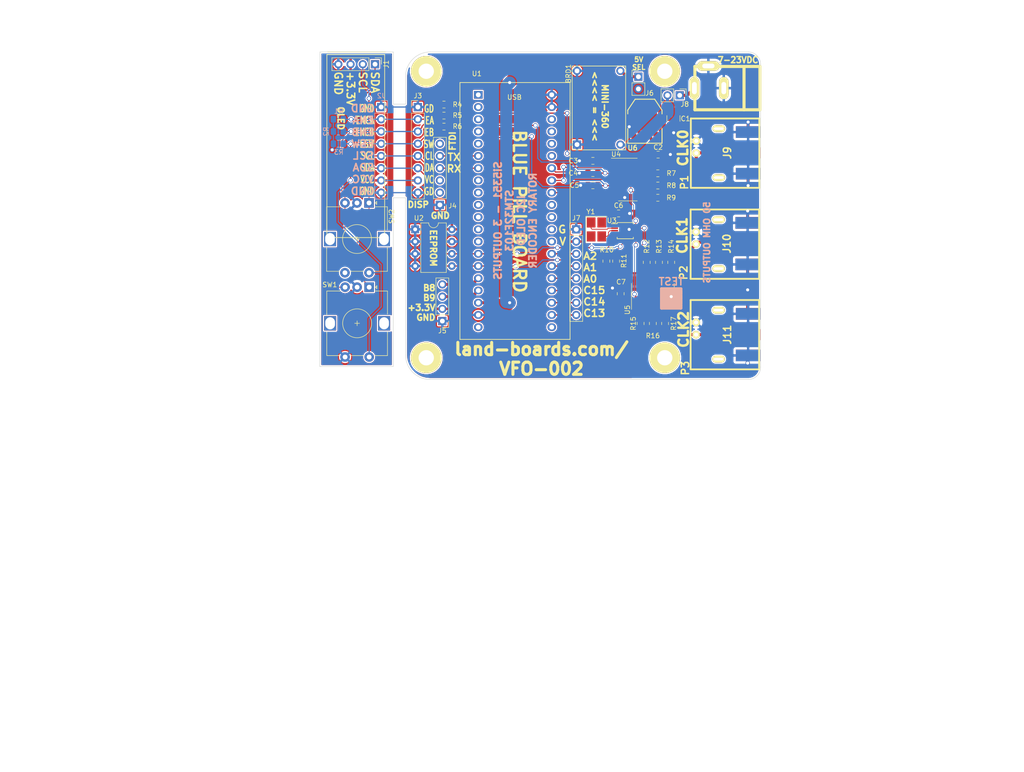
<source format=kicad_pcb>
(kicad_pcb (version 20171130) (host pcbnew "(5.1.5)-3")
  (title_block (title VFO-002) (date 2020-10-18) (rev 1) (company land-boards.com))
  (layers (0 F.Cu signal) (31 B.Cu signal) (36 B.SilkS user) (37 F.SilkS user) (38 B.Mask user) (39 F.Mask user) (44 Edge.Cuts user))
  (net 0 "")
  (net 1 GND)
  (net 2 /STM_TX)
  (net 3 /STM_RX)
  (net 4 +3V3)
  (net 5 /STM_SDA)
  (net 6 /STM_SCL)
  (net 7 /PA7)
  (net 8 /PB0)
  (net 9 /PB1)
  (net 10 "Net-(BRD1-PadIN+)")
  (net 11 /ENCSW)
  (net 12 /ENCB)
  (net 13 /ENCA)
  (net 14 "Net-(R7-Pad2)")
  (net 15 "Net-(R8-Pad2)")
  (net 16 "Net-(R9-Pad2)")
  (net 17 "Net-(R12-Pad2)")
  (net 18 "Net-(U3-Pad2)")
  (net 19 "Net-(U3-Pad3)")
  (net 20 /OUT0)
  (net 21 /OUT1)
  (net 22 /OUT3)
  (net 23 /CLK2)
  (net 24 /CLK1)
  (net 25 /CLK0)
  (net 26 /PC13)
  (net 27 /PC14)
  (net 28 /PC15)
  (net 29 /PB8)
  (net 30 /PB9)
  (net 31 +5V)
  (net 32 "Net-(BRD1-PadOUT+)")
  (net 33 "Net-(C5-Pad1)")
  (net 34 /PA0)
  (net 35 /PA1)
  (net 36 /PA2)
  (net 37 "Net-(R15-Pad2)")
  (net 38 "Net-(R16-Pad2)")
  (net 39 "Net-(R17-Pad2)")
  (net 40 "Net-(C3-Pad1)")
  (net 41 "Net-(C4-Pad1)")
  (net 42 "Net-(J8-Pad1)")
  (net 43 "Net-(R13-Pad2)")
  (net 44 "Net-(R14-Pad2)")
  (module LandBoards_Conns:BNC-RT-OVAL_MTG (layer F.Cu) (at 174.5 87.2 270)
    (fp_text reference P3 (at 6.959 2.241 90) (layer F.SilkS) (effects (font (size 1.524 1.524) (thickness 0.3048))))
    (fp_text value BNC hide)
    (pad 1 thru_hole circle (at 0 0 270) (size 1.5748 1.5748) (drill 0.889) (layers *.Cu *.Mask F.SilkS) (net 22 /OUT3))
    (pad 2 thru_hole circle (at -2.54 0 270) (size 1.651 1.651) (drill 0.889) (layers *.Cu *.Mask F.SilkS) (net 1 GND))
    (pad "" thru_hole oval (at -5.08 -4.68 270) (size 1.4 2.6) (drill oval 0.6 2.00914) (layers *.Cu *.Mask F.SilkS))
    (pad "" thru_hole oval (at 5.08 -4.68 270) (size 1.4 2.6) (drill oval 0.6 2.00914) (layers *.Cu *.Mask F.SilkS))
  )
  (module LandBoards_Conns:BNC-RT-OVAL_MTG (layer F.Cu) (at 174.5 68.4 270)
    (fp_text reference P2 (at 5.94 2.59 270) (layer F.SilkS) (effects (font (size 1.524 1.524) (thickness 0.3048))))
    (fp_text value BNC hide)
    (pad 1 thru_hole circle (at 0 0 270) (size 1.5748 1.5748) (drill 0.889) (layers *.Cu *.Mask F.SilkS) (net 21 /OUT1))
    (pad 2 thru_hole circle (at -2.54 0 270) (size 1.651 1.651) (drill 0.889) (layers *.Cu *.Mask F.SilkS) (net 1 GND))
    (pad "" thru_hole oval (at -5.08 -4.68 270) (size 1.4 2.6) (drill oval 0.6 2.00914) (layers *.Cu *.Mask F.SilkS))
    (pad "" thru_hole oval (at 5.08 -4.68 270) (size 1.4 2.6) (drill oval 0.6 2.00914) (layers *.Cu *.Mask F.SilkS))
  )
  (module LandBoards_Conns:BNC-RT-OVAL_MTG (layer F.Cu) (at 174.545 49.5 270)
    (fp_text reference P1 (at 6.08 2.465 270) (layer F.SilkS) (effects (font (size 1.524 1.524) (thickness 0.3048))))
    (fp_text value BNC hide)
    (pad 1 thru_hole circle (at 0 0 270) (size 1.5748 1.5748) (drill 0.889) (layers *.Cu *.Mask F.SilkS) (net 20 /OUT0))
    (pad 2 thru_hole circle (at -2.54 0 270) (size 1.651 1.651) (drill 0.889) (layers *.Cu *.Mask F.SilkS) (net 1 GND))
    (pad "" thru_hole oval (at -5.08 -4.68 270) (size 1.4 2.6) (drill oval 0.6 2.00914) (layers *.Cu *.Mask F.SilkS))
    (pad "" thru_hole oval (at 5.08 -4.68 270) (size 1.4 2.6) (drill oval 0.6 2.00914) (layers *.Cu *.Mask F.SilkS))
  )
  (module LandBoards_BoardOutlines:MINI-360 (layer F.Cu) (at 148.7894 48.82 90)
    (fp_text reference BRD1 (at 15.82 -0.7894 270) (layer F.SilkS))
    (fp_text value MINI-360)
    (pad OUT+ thru_hole oval (at 16.4 10 90) (size 1.7 1.7) (drill 1) (layers *.Cu *.Mask) (net 32 "Net-(BRD1-PadOUT+)"))
    (pad IN+ thru_hole oval (at 1.1 10 90) (size 1.7 1.7) (drill 1) (layers *.Cu *.Mask) (net 10 "Net-(BRD1-PadIN+)"))
    (pad OUT- thru_hole oval (at 16.4 1 90) (size 1.7 1.7) (drill 1) (layers *.Cu *.Mask) (net 1 GND))
    (pad IN- thru_hole rect (at 1.1 1 90) (size 1.7 1.7) (drill 1) (layers *.Cu *.Mask) (net 1 GND))
  )
  (module LandBoards_BoardOutlines:OLED-091in (layer F.Cu) (at 107.87 31.04 270)
    (fp_text reference J1 (at 0 -2.33 90) (layer F.SilkS))
    (fp_text value OLED_I2C)
    (pad 4 thru_hole oval (at 0 7.62 270) (size 1.7 1.7) (drill 1) (layers *.Cu *.Mask) (net 1 GND))
    (pad 3 thru_hole oval (at 0 5.08 270) (size 1.7 1.7) (drill 1) (layers *.Cu *.Mask) (net 4 +3V3))
    (pad 2 thru_hole oval (at 0 2.54 270) (size 1.7 1.7) (drill 1) (layers *.Cu *.Mask) (net 6 /STM_SCL))
    (pad 1 thru_hole rect (at 0 0 270) (size 1.7 1.7) (drill 1) (layers *.Cu *.Mask) (net 5 /STM_SDA))
  )
  (module LandBoards_BoardOutlines:BluePill (layer F.Cu) (at 129.3 37.39)
    (fp_text reference U1 (at -0.3 -4.39) (layer F.SilkS))
    (fp_text value Blue-Pill)
    (fp_text user USB (at 7.5 0.5) (layer F.SilkS))
    (pad 40 thru_hole oval (at 15.24 0) (size 1.8 1.6) (drill 1) (layers *.Cu *.Mask) (net 1 GND))
    (pad 20 thru_hole oval (at 0 48.26) (size 1.8 1.6) (drill 1) (layers *.Cu *.Mask))
    (pad 39 thru_hole oval (at 15.24 2.54) (size 1.8 1.6) (drill 1) (layers *.Cu *.Mask) (net 1 GND))
    (pad 19 thru_hole oval (at 0 45.72) (size 1.8 1.6) (drill 1) (layers *.Cu *.Mask) (net 1 GND))
    (pad 38 thru_hole oval (at 15.24 5.08) (size 1.8 1.6) (drill 1) (layers *.Cu *.Mask))
    (pad 18 thru_hole oval (at 0 43.18) (size 1.8 1.6) (drill 1) (layers *.Cu *.Mask) (net 31 +5V))
    (pad 37 thru_hole oval (at 15.24 7.62) (size 1.8 1.6) (drill 1) (layers *.Cu *.Mask))
    (pad 17 thru_hole oval (at 0 40.64) (size 1.8 1.6) (drill 1) (layers *.Cu *.Mask) (net 30 /PB9))
    (pad 36 thru_hole oval (at 15.24 10.16) (size 1.8 1.6) (drill 1) (layers *.Cu *.Mask))
    (pad 16 thru_hole oval (at 0 38.1) (size 1.8 1.6) (drill 1) (layers *.Cu *.Mask) (net 29 /PB8))
    (pad 35 thru_hole oval (at 15.24 12.7) (size 1.8 1.6) (drill 1) (layers *.Cu *.Mask))
    (pad 15 thru_hole oval (at 0 35.56) (size 1.8 1.6) (drill 1) (layers *.Cu *.Mask) (net 5 /STM_SDA))
    (pad 34 thru_hole oval (at 15.24 15.24) (size 1.8 1.6) (drill 1) (layers *.Cu *.Mask) (net 9 /PB1))
    (pad 14 thru_hole oval (at 0 33.02) (size 1.8 1.6) (drill 1) (layers *.Cu *.Mask) (net 6 /STM_SCL))
    (pad 33 thru_hole oval (at 15.24 17.78) (size 1.8 1.6) (drill 1) (layers *.Cu *.Mask) (net 8 /PB0))
    (pad 13 thru_hole oval (at 0 30.48) (size 1.8 1.6) (drill 1) (layers *.Cu *.Mask))
    (pad 32 thru_hole oval (at 15.24 20.32) (size 1.8 1.6) (drill 1) (layers *.Cu *.Mask) (net 7 /PA7))
    (pad 12 thru_hole oval (at 0 27.94) (size 1.8 1.6) (drill 1) (layers *.Cu *.Mask))
    (pad 31 thru_hole oval (at 15.24 22.86) (size 1.8 1.6) (drill 1) (layers *.Cu *.Mask))
    (pad 11 thru_hole oval (at 0 25.4) (size 1.8 1.6) (drill 1) (layers *.Cu *.Mask))
    (pad 30 thru_hole oval (at 15.24 25.4) (size 1.8 1.6) (drill 1) (layers *.Cu *.Mask))
    (pad 10 thru_hole oval (at 0 22.86) (size 1.8 1.6) (drill 1) (layers *.Cu *.Mask))
    (pad 29 thru_hole oval (at 15.24 27.94) (size 1.8 1.6) (drill 1) (layers *.Cu *.Mask))
    (pad 9 thru_hole oval (at 0 20.32) (size 1.8 1.6) (drill 1) (layers *.Cu *.Mask))
    (pad 28 thru_hole oval (at 15.24 30.48) (size 1.8 1.6) (drill 1) (layers *.Cu *.Mask))
    (pad 8 thru_hole oval (at 0 17.78) (size 1.8 1.6) (drill 1) (layers *.Cu *.Mask))
    (pad 27 thru_hole oval (at 15.24 33.02) (size 1.8 1.6) (drill 1) (layers *.Cu *.Mask) (net 36 /PA2))
    (pad 7 thru_hole oval (at 0 15.24) (size 1.8 1.6) (drill 1) (layers *.Cu *.Mask) (net 3 /STM_RX))
    (pad 26 thru_hole oval (at 15.24 35.56) (size 1.8 1.6) (drill 1) (layers *.Cu *.Mask) (net 35 /PA1))
    (pad 6 thru_hole oval (at 0 12.7) (size 1.8 1.6) (drill 1) (layers *.Cu *.Mask) (net 2 /STM_TX))
    (pad 25 thru_hole oval (at 15.24 38.1) (size 1.8 1.6) (drill 1) (layers *.Cu *.Mask) (net 34 /PA0))
    (pad 5 thru_hole oval (at 0 10.16) (size 1.8 1.6) (drill 1) (layers *.Cu *.Mask))
    (pad 24 thru_hole oval (at 15.24 40.64) (size 1.8 1.6) (drill 1) (layers *.Cu *.Mask) (net 28 /PC15))
    (pad 4 thru_hole oval (at 0 7.62) (size 1.8 1.6) (drill 1) (layers *.Cu *.Mask))
    (pad 23 thru_hole oval (at 15.24 43.18) (size 1.8 1.6) (drill 1) (layers *.Cu *.Mask) (net 27 /PC14))
    (pad 3 thru_hole oval (at 0 5.08) (size 1.8 1.6) (drill 1) (layers *.Cu *.Mask))
    (pad 22 thru_hole oval (at 15.24 45.72) (size 1.8 1.6) (drill 1) (layers *.Cu *.Mask) (net 26 /PC13))
    (pad 2 thru_hole oval (at 0 2.54) (size 1.8 1.6) (drill 1) (layers *.Cu *.Mask))
    (pad 21 thru_hole oval (at 15.24 48.26) (size 1.8 1.6) (drill 1) (layers *.Cu *.Mask))
    (pad 1 thru_hole rect (at 0 0) (size 1.8 1.6) (drill 1) (layers *.Cu *.Mask))
  )
  (module Rotary_Encoder:RotaryEncoder_Alps_EC12E-Switch_Vertical_H20mm (layer F.Cu) (at 106.6254 59.8436 270)
    (fp_text reference SW2 (at 2.8 -4.7 90) (layer F.SilkS))
    (fp_text value Rotary_Encoder_Switch)
    (pad S2 thru_hole circle (at 14.5 5 270) (size 2 2) (drill 1) (layers *.Cu *.Mask))
    (pad S1 thru_hole circle (at 14.5 0 270) (size 2 2) (drill 1) (layers *.Cu *.Mask) (net 11 /ENCSW))
    (pad MP thru_hole rect (at 7.5 8.1 270) (size 3 2.5) (drill oval 2.5 2) (layers *.Cu *.Mask))
    (pad MP thru_hole rect (at 7.5 -3.1 270) (size 3 2.5) (drill oval 2.5 2) (layers *.Cu *.Mask))
    (pad B thru_hole circle (at 0 5 270) (size 2 2) (drill 1) (layers *.Cu *.Mask) (net 12 /ENCB))
    (pad C thru_hole circle (at 0 2.5 270) (size 2 2) (drill 1) (layers *.Cu *.Mask) (net 1 GND))
    (pad A thru_hole rect (at 0 0 270) (size 2 2) (drill 1) (layers *.Cu *.Mask) (net 13 /ENCA))
  )
  (module Connector_PinHeader_2.54mm:PinHeader_1x08_P2.54mm_Vertical (layer B.Cu) (at 109.14 39.93 180)
    (fp_text reference J2 (at 0 2.33) (layer B.SilkS) (effects (justify mirror)))
    (fp_text value Conn_01x08)
    (pad 8 thru_hole oval (at 0 -17.78 180) (size 1.7 1.7) (drill 1) (layers *.Cu *.Mask) (net 1 GND))
    (pad 7 thru_hole oval (at 0 -15.24 180) (size 1.7 1.7) (drill 1) (layers *.Cu *.Mask) (net 4 +3V3))
    (pad 6 thru_hole oval (at 0 -12.7 180) (size 1.7 1.7) (drill 1) (layers *.Cu *.Mask) (net 5 /STM_SDA))
    (pad 5 thru_hole oval (at 0 -10.16 180) (size 1.7 1.7) (drill 1) (layers *.Cu *.Mask) (net 6 /STM_SCL))
    (pad 4 thru_hole oval (at 0 -7.62 180) (size 1.7 1.7) (drill 1) (layers *.Cu *.Mask) (net 11 /ENCSW))
    (pad 3 thru_hole oval (at 0 -5.08 180) (size 1.7 1.7) (drill 1) (layers *.Cu *.Mask) (net 12 /ENCB))
    (pad 2 thru_hole oval (at 0 -2.54 180) (size 1.7 1.7) (drill 1) (layers *.Cu *.Mask) (net 13 /ENCA))
    (pad 1 thru_hole rect (at 0 0 180) (size 1.7 1.7) (drill 1) (layers *.Cu *.Mask) (net 1 GND))
  )
  (module Connector_PinHeader_2.54mm:PinHeader_1x06_P2.54mm_Vertical (layer F.Cu) (at 121.332 60.25 180)
    (fp_text reference J4 (at -2.62 -0.202) (layer F.SilkS))
    (fp_text value Conn_01x06)
    (pad 6 thru_hole oval (at 0 12.7 180) (size 1.7 1.7) (drill 1) (layers *.Cu *.Mask))
    (pad 5 thru_hole oval (at 0 10.16 180) (size 1.7 1.7) (drill 1) (layers *.Cu *.Mask) (net 2 /STM_TX))
    (pad 4 thru_hole oval (at 0 7.62 180) (size 1.7 1.7) (drill 1) (layers *.Cu *.Mask) (net 3 /STM_RX))
    (pad 3 thru_hole oval (at 0 5.08 180) (size 1.7 1.7) (drill 1) (layers *.Cu *.Mask))
    (pad 2 thru_hole oval (at 0 2.54 180) (size 1.7 1.7) (drill 1) (layers *.Cu *.Mask))
    (pad 1 thru_hole rect (at 0 0 180) (size 1.7 1.7) (drill 1) (layers *.Cu *.Mask) (net 1 GND))
  )
  (module Package_DIP:DIP-8_W7.62mm (layer F.Cu) (at 116.2 65.33)
    (fp_text reference U2 (at 0.762 -2.33) (layer F.SilkS))
    (fp_text value 24LC024)
    (pad 8 thru_hole oval (at 7.62 0) (size 1.6 1.6) (drill 0.8) (layers *.Cu *.Mask) (net 4 +3V3))
    (pad 4 thru_hole oval (at 0 7.62) (size 1.6 1.6) (drill 0.8) (layers *.Cu *.Mask) (net 1 GND))
    (pad 7 thru_hole oval (at 7.62 2.54) (size 1.6 1.6) (drill 0.8) (layers *.Cu *.Mask) (net 1 GND))
    (pad 3 thru_hole oval (at 0 5.08) (size 1.6 1.6) (drill 0.8) (layers *.Cu *.Mask) (net 1 GND))
    (pad 6 thru_hole oval (at 7.62 5.08) (size 1.6 1.6) (drill 0.8) (layers *.Cu *.Mask) (net 6 /STM_SCL))
    (pad 2 thru_hole oval (at 0 2.54) (size 1.6 1.6) (drill 0.8) (layers *.Cu *.Mask) (net 1 GND))
    (pad 5 thru_hole oval (at 7.62 7.62) (size 1.6 1.6) (drill 0.8) (layers *.Cu *.Mask) (net 5 /STM_SDA))
    (pad 1 thru_hole rect (at 0 0) (size 1.6 1.6) (drill 0.8) (layers *.Cu *.Mask) (net 1 GND))
  )
  (module Crystal:Crystal_SMD_SeikoEpson_FA238-4Pin_3.2x2.5mm_HandSoldering (layer F.Cu) (at 153.8186 65.3554 270)
    (fp_text reference Y1 (at -3.69 1.175 180) (layer F.SilkS))
    (fp_text value Crystal_GND2_Small)
    (pad 4 smd rect (at -1.45 -1.1 270) (size 2.1 1.8) (layers F.Cu F.Paste F.Mask))
    (pad 3 smd rect (at 1.45 -1.1 270) (size 2.1 1.8) (layers F.Cu F.Paste F.Mask) (net 19 "Net-(U3-Pad3)"))
    (pad 2 smd rect (at 1.45 1.1 270) (size 2.1 1.8) (layers F.Cu F.Paste F.Mask))
    (pad 1 smd rect (at -1.45 1.1 270) (size 2.1 1.8) (layers F.Cu F.Paste F.Mask) (net 18 "Net-(U3-Pad2)"))
  )
  (module Connector_PinHeader_2.54mm:PinHeader_1x04_P2.54mm_Vertical (layer F.Cu) (at 121.84 84.38 180)
    (fp_text reference J5 (at 0 -2.02) (layer F.SilkS))
    (fp_text value Conn_01x04)
    (pad 4 thru_hole oval (at 0 7.62 180) (size 1.7 1.7) (drill 1) (layers *.Cu *.Mask) (net 29 /PB8))
    (pad 3 thru_hole oval (at 0 5.08 180) (size 1.7 1.7) (drill 1) (layers *.Cu *.Mask) (net 30 /PB9))
    (pad 2 thru_hole oval (at 0 2.54 180) (size 1.7 1.7) (drill 1) (layers *.Cu *.Mask) (net 4 +3V3))
    (pad 1 thru_hole rect (at 0 0 180) (size 1.7 1.7) (drill 1) (layers *.Cu *.Mask) (net 1 GND))
  )
  (module Connector_PinHeader_2.54mm:PinHeader_1x08_P2.54mm_Vertical (layer F.Cu) (at 116.76 39.93)
    (fp_text reference J3 (at 0 -2.33) (layer F.SilkS))
    (fp_text value Conn_01x08)
    (pad 8 thru_hole oval (at 0 17.78) (size 1.7 1.7) (drill 1) (layers *.Cu *.Mask) (net 1 GND))
    (pad 7 thru_hole oval (at 0 15.24) (size 1.7 1.7) (drill 1) (layers *.Cu *.Mask) (net 4 +3V3))
    (pad 6 thru_hole oval (at 0 12.7) (size 1.7 1.7) (drill 1) (layers *.Cu *.Mask) (net 5 /STM_SDA))
    (pad 5 thru_hole oval (at 0 10.16) (size 1.7 1.7) (drill 1) (layers *.Cu *.Mask) (net 6 /STM_SCL))
    (pad 4 thru_hole oval (at 0 7.62) (size 1.7 1.7) (drill 1) (layers *.Cu *.Mask) (net 11 /ENCSW))
    (pad 3 thru_hole oval (at 0 5.08) (size 1.7 1.7) (drill 1) (layers *.Cu *.Mask) (net 12 /ENCB))
    (pad 2 thru_hole oval (at 0 2.54) (size 1.7 1.7) (drill 1) (layers *.Cu *.Mask) (net 13 /ENCA))
    (pad 1 thru_hole rect (at 0 0) (size 1.7 1.7) (drill 1) (layers *.Cu *.Mask) (net 1 GND))
  )
  (module LandBoards_Conns:DCJ-NEW-Slotted (layer F.Cu) (at 180.25 36 180)
    (fp_text reference J99 hide)
    (fp_text value DCJ0202 hide)
    (pad 3 thru_hole oval (at 3.2 4.6 180) (size 4.6 2) (drill oval 2.54 1) (layers *.Cu *.Mask F.SilkS) (net 1 GND))
    (pad 1 thru_hole oval (at 6.1 0 180) (size 2 4.6) (drill oval 1 2.54) (layers *.Cu *.Mask F.SilkS) (net 42 "Net-(J8-Pad1)"))
    (pad 2 thru_hole oval (at 0 0 180) (size 2 4.6) (drill oval 1 2.54) (layers *.Cu *.Mask F.SilkS) (net 1 GND))
  )
  (module Resistor_SMD:R_0805_2012Metric_Pad1.15x1.40mm_HandSolder (layer B.Cu) (at 100.25 45.01)
    (fp_text reference R2 (at -2.54 0 90) (layer B.SilkS) (effects (justify mirror)))
    (fp_text value 10K)
    (pad 2 smd roundrect (at 1.025 0) (size 1.15 1.4) (layers B.Cu B.Paste B.Mask) (roundrect_rratio 0.217391) (net 12 /ENCB))
    (pad 1 smd roundrect (at -1.025 0) (size 1.15 1.4) (layers B.Cu B.Paste B.Mask) (roundrect_rratio 0.217391) (net 4 +3V3))
  )
  (module Resistor_SMD:R_0805_2012Metric_Pad1.15x1.40mm_HandSolder (layer B.Cu) (at 100.25 42.47)
    (fp_text reference R1 (at 0.09 -1.67) (layer B.SilkS) (effects (justify mirror)))
    (fp_text value 10K)
    (pad 2 smd roundrect (at 1.025 0) (size 1.15 1.4) (layers B.Cu B.Paste B.Mask) (roundrect_rratio 0.217391) (net 13 /ENCA))
    (pad 1 smd roundrect (at -1.025 0) (size 1.15 1.4) (layers B.Cu B.Paste B.Mask) (roundrect_rratio 0.217391) (net 4 +3V3))
  )
  (module Resistor_SMD:R_0805_2012Metric_Pad1.15x1.40mm_HandSolder (layer B.Cu) (at 100.25 47.55)
    (fp_text reference R3 (at 0.09 1.75) (layer B.SilkS) (effects (justify mirror)))
    (fp_text value 10K)
    (pad 2 smd roundrect (at 1.025 0) (size 1.15 1.4) (layers B.Cu B.Paste B.Mask) (roundrect_rratio 0.217391) (net 11 /ENCSW))
    (pad 1 smd roundrect (at -1.025 0) (size 1.15 1.4) (layers B.Cu B.Paste B.Mask) (roundrect_rratio 0.217391) (net 4 +3V3))
  )
  (module Resistor_SMD:R_0805_2012Metric_Pad1.15x1.40mm_HandSolder (layer F.Cu) (at 166.562 58.772 180)
    (fp_text reference R9 (at -2.776 0) (layer F.SilkS))
    (fp_text value 150)
    (pad 2 smd roundrect (at 1.025 0 180) (size 1.15 1.4) (layers F.Cu F.Paste F.Mask) (roundrect_rratio 0.217391) (net 16 "Net-(R9-Pad2)"))
    (pad 1 smd roundrect (at -1.025 0 180) (size 1.15 1.4) (layers F.Cu F.Paste F.Mask) (roundrect_rratio 0.217391) (net 20 /OUT0))
  )
  (module Resistor_SMD:R_0805_2012Metric_Pad1.15x1.40mm_HandSolder (layer F.Cu) (at 166.562 56.232 180)
    (fp_text reference R8 (at -2.794 0) (layer F.SilkS))
    (fp_text value 150)
    (pad 2 smd roundrect (at 1.025 0 180) (size 1.15 1.4) (layers F.Cu F.Paste F.Mask) (roundrect_rratio 0.217391) (net 15 "Net-(R8-Pad2)"))
    (pad 1 smd roundrect (at -1.025 0 180) (size 1.15 1.4) (layers F.Cu F.Paste F.Mask) (roundrect_rratio 0.217391) (net 20 /OUT0))
  )
  (module Resistor_SMD:R_0805_2012Metric_Pad1.15x1.40mm_HandSolder (layer F.Cu) (at 166.798 72.18 270)
    (fp_text reference R13 (at -3.302 0 90) (layer F.SilkS))
    (fp_text value 150)
    (pad 2 smd roundrect (at 1.025 0 270) (size 1.15 1.4) (layers F.Cu F.Paste F.Mask) (roundrect_rratio 0.217391) (net 43 "Net-(R13-Pad2)"))
    (pad 1 smd roundrect (at -1.025 0 270) (size 1.15 1.4) (layers F.Cu F.Paste F.Mask) (roundrect_rratio 0.217391) (net 21 /OUT1))
  )
  (module Resistor_SMD:R_0805_2012Metric_Pad1.15x1.40mm_HandSolder (layer F.Cu) (at 164.258 72.18 270)
    (fp_text reference R12 (at -3.302 0 90) (layer F.SilkS))
    (fp_text value 150)
    (pad 2 smd roundrect (at 1.025 0 270) (size 1.15 1.4) (layers F.Cu F.Paste F.Mask) (roundrect_rratio 0.217391) (net 17 "Net-(R12-Pad2)"))
    (pad 1 smd roundrect (at -1.025 0 270) (size 1.15 1.4) (layers F.Cu F.Paste F.Mask) (roundrect_rratio 0.217391) (net 21 /OUT1))
  )
  (module Resistor_SMD:R_0805_2012Metric_Pad1.15x1.40mm_HandSolder (layer F.Cu) (at 169.338 72.18 270)
    (fp_text reference R14 (at -3.302 0 90) (layer F.SilkS))
    (fp_text value 150)
    (pad 2 smd roundrect (at 1.025 0 270) (size 1.15 1.4) (layers F.Cu F.Paste F.Mask) (roundrect_rratio 0.217391) (net 44 "Net-(R14-Pad2)"))
    (pad 1 smd roundrect (at -1.025 0 270) (size 1.15 1.4) (layers F.Cu F.Paste F.Mask) (roundrect_rratio 0.217391) (net 21 /OUT1))
  )
  (module Resistor_SMD:R_0805_2012Metric_Pad1.15x1.40mm_HandSolder (layer F.Cu) (at 162.988 84.88 90)
    (fp_text reference R15 (at -0.008 -1.524 90) (layer F.SilkS))
    (fp_text value 150)
    (pad 2 smd roundrect (at 1.025 0 90) (size 1.15 1.4) (layers F.Cu F.Paste F.Mask) (roundrect_rratio 0.217391) (net 37 "Net-(R15-Pad2)"))
    (pad 1 smd roundrect (at -1.025 0 90) (size 1.15 1.4) (layers F.Cu F.Paste F.Mask) (roundrect_rratio 0.217391) (net 22 /OUT3))
  )
  (module Resistor_SMD:R_0805_2012Metric_Pad1.15x1.40mm_HandSolder (layer F.Cu) (at 155.876 71.934 90)
    (fp_text reference R10 (at 2.338 0.08 180) (layer F.SilkS))
    (fp_text value 10K)
    (pad 2 smd roundrect (at 1.025 0 90) (size 1.15 1.4) (layers F.Cu F.Paste F.Mask) (roundrect_rratio 0.217391) (net 5 /STM_SDA))
    (pad 1 smd roundrect (at -1.025 0 90) (size 1.15 1.4) (layers F.Cu F.Paste F.Mask) (roundrect_rratio 0.217391) (net 4 +3V3))
  )
  (module Resistor_SMD:R_0805_2012Metric_Pad1.15x1.40mm_HandSolder (layer F.Cu) (at 157.908 71.934 90)
    (fp_text reference R11 (at 0.052 1.604 270) (layer F.SilkS))
    (fp_text value 10K)
    (pad 2 smd roundrect (at 1.025 0 90) (size 1.15 1.4) (layers F.Cu F.Paste F.Mask) (roundrect_rratio 0.217391) (net 6 /STM_SCL))
    (pad 1 smd roundrect (at -1.025 0 90) (size 1.15 1.4) (layers F.Cu F.Paste F.Mask) (roundrect_rratio 0.217391) (net 4 +3V3))
  )
  (module Resistor_SMD:R_0805_2012Metric_Pad1.15x1.40mm_HandSolder (layer F.Cu) (at 166.562 53.692 180)
    (fp_text reference R7 (at -2.794 0) (layer F.SilkS))
    (fp_text value 150)
    (pad 2 smd roundrect (at 1.025 0 180) (size 1.15 1.4) (layers F.Cu F.Paste F.Mask) (roundrect_rratio 0.217391) (net 14 "Net-(R7-Pad2)"))
    (pad 1 smd roundrect (at -1.025 0 180) (size 1.15 1.4) (layers F.Cu F.Paste F.Mask) (roundrect_rratio 0.217391) (net 20 /OUT0))
  )
  (module Resistor_SMD:R_0805_2012Metric_Pad1.15x1.40mm_HandSolder (layer F.Cu) (at 165.528 84.88 90)
    (fp_text reference R16 (at -2.548 0 180) (layer F.SilkS))
    (fp_text value 150)
    (pad 2 smd roundrect (at 1.025 0 90) (size 1.15 1.4) (layers F.Cu F.Paste F.Mask) (roundrect_rratio 0.217391) (net 38 "Net-(R16-Pad2)"))
    (pad 1 smd roundrect (at -1.025 0 90) (size 1.15 1.4) (layers F.Cu F.Paste F.Mask) (roundrect_rratio 0.217391) (net 22 /OUT3))
  )
  (module Resistor_SMD:R_0805_2012Metric_Pad1.15x1.40mm_HandSolder (layer F.Cu) (at 168.068 84.88 90)
    (fp_text reference R17 (at -0.008 1.778 90) (layer F.SilkS))
    (fp_text value 150)
    (pad 2 smd roundrect (at 1.025 0 90) (size 1.15 1.4) (layers F.Cu F.Paste F.Mask) (roundrect_rratio 0.217391) (net 39 "Net-(R17-Pad2)"))
    (pad 1 smd roundrect (at -1.025 0 90) (size 1.15 1.4) (layers F.Cu F.Paste F.Mask) (roundrect_rratio 0.217391) (net 22 /OUT3))
  )
  (module Rotary_Encoder:RotaryEncoder_Alps_EC12E-Switch_Vertical_H20mm (layer F.Cu) (at 106.6508 77.3442 270)
    (fp_text reference SW1 (at -0.514 8.168 180) (layer F.SilkS))
    (fp_text value Rotary_Encoder_Switch)
    (pad A thru_hole rect (at 0 0 270) (size 2 2) (drill 1) (layers *.Cu *.Mask) (net 13 /ENCA))
    (pad C thru_hole circle (at 0 2.5 270) (size 2 2) (drill 1) (layers *.Cu *.Mask) (net 1 GND))
    (pad B thru_hole circle (at 0 5 270) (size 2 2) (drill 1) (layers *.Cu *.Mask) (net 12 /ENCB))
    (pad MP thru_hole rect (at 7.5 -3.1 270) (size 3 2.5) (drill oval 2.5 2) (layers *.Cu *.Mask))
    (pad MP thru_hole rect (at 7.5 8.1 270) (size 3 2.5) (drill oval 2.5 2) (layers *.Cu *.Mask))
    (pad S1 thru_hole circle (at 14.5 0 270) (size 2 2) (drill 1) (layers *.Cu *.Mask) (net 11 /ENCSW))
    (pad S2 thru_hole circle (at 14.5 5 270) (size 2 2) (drill 1) (layers *.Cu *.Mask) (net 1 GND))
  )
  (module LandBoards_Marking:TEST_BLK-REAR (layer F.Cu) (at 169.338 79.681)
    (fp_text reference TEST (at 0 -3.5) (layer B.SilkS) (effects (font (size 1.524 1.524) (thickness 0.3048)) (justify mirror)))
    (fp_text value COUPON hide)
  )
  (module Package_SO:MSOP-10_3x3mm_P0.5mm (layer F.Cu) (at 159.8 65.6)
    (fp_text reference U3 (at -2.794 -2.1) (layer F.SilkS))
    (fp_text value Si5351A)
    (pad 10 smd rect (at 2.2 -1) (size 1.4 0.3) (layers F.Cu F.Paste F.Mask) (net 25 /CLK0))
    (pad 9 smd rect (at 2.2 -0.5) (size 1.4 0.3) (layers F.Cu F.Paste F.Mask) (net 24 /CLK1))
    (pad 8 smd rect (at 2.2 0) (size 1.4 0.3) (layers F.Cu F.Paste F.Mask) (net 1 GND))
    (pad 7 smd rect (at 2.2 0.5) (size 1.4 0.3) (layers F.Cu F.Paste F.Mask) (net 4 +3V3))
    (pad 6 smd rect (at 2.2 1) (size 1.4 0.3) (layers F.Cu F.Paste F.Mask) (net 23 /CLK2))
    (pad 5 smd rect (at -2.2 1) (size 1.4 0.3) (layers F.Cu F.Paste F.Mask) (net 5 /STM_SDA))
    (pad 4 smd rect (at -2.2 0.5) (size 1.4 0.3) (layers F.Cu F.Paste F.Mask) (net 6 /STM_SCL))
    (pad 3 smd rect (at -2.2 0) (size 1.4 0.3) (layers F.Cu F.Paste F.Mask) (net 19 "Net-(U3-Pad3)"))
    (pad 2 smd rect (at -2.2 -0.5) (size 1.4 0.3) (layers F.Cu F.Paste F.Mask) (net 18 "Net-(U3-Pad2)"))
    (pad 1 smd rect (at -2.2 -1) (size 1.4 0.3) (layers F.Cu F.Paste F.Mask) (net 4 +3V3))
  )
  (module Package_SO:SOIC-14_3.9x8.7mm_P1.27mm (layer F.Cu) (at 160.342 54.992)
    (fp_text reference U4 (at -2.434 -5.27) (layer F.SilkS))
    (fp_text value 74AC14)
    (pad 14 smd roundrect (at 2.475 -3.81) (size 1.95 0.6) (layers F.Cu F.Paste F.Mask) (net 4 +3V3))
    (pad 13 smd roundrect (at 2.475 -2.54) (size 1.95 0.6) (layers F.Cu F.Paste F.Mask) (net 25 /CLK0))
    (pad 12 smd roundrect (at 2.475 -1.27) (size 1.95 0.6) (layers F.Cu F.Paste F.Mask) (net 14 "Net-(R7-Pad2)"))
    (pad 11 smd roundrect (at 2.475 0) (size 1.95 0.6) (layers F.Cu F.Paste F.Mask) (net 25 /CLK0))
    (pad 10 smd roundrect (at 2.475 1.27) (size 1.95 0.6) (layers F.Cu F.Paste F.Mask) (net 15 "Net-(R8-Pad2)"))
    (pad 9 smd roundrect (at 2.475 2.54) (size 1.95 0.6) (layers F.Cu F.Paste F.Mask) (net 25 /CLK0))
    (pad 8 smd roundrect (at 2.475 3.81) (size 1.95 0.6) (layers F.Cu F.Paste F.Mask) (net 16 "Net-(R9-Pad2)"))
    (pad 7 smd roundrect (at -2.475 3.81) (size 1.95 0.6) (layers F.Cu F.Paste F.Mask) (net 1 GND))
    (pad 6 smd roundrect (at -2.475 2.54) (size 1.95 0.6) (layers F.Cu F.Paste F.Mask) (net 7 /PA7))
    (pad 5 smd roundrect (at -2.475 1.27) (size 1.95 0.6) (layers F.Cu F.Paste F.Mask) (net 33 "Net-(C5-Pad1)"))
    (pad 4 smd roundrect (at -2.475 0) (size 1.95 0.6) (layers F.Cu F.Paste F.Mask) (net 9 /PB1))
    (pad 3 smd roundrect (at -2.475 -1.27) (size 1.95 0.6) (layers F.Cu F.Paste F.Mask) (net 41 "Net-(C4-Pad1)"))
    (pad 2 smd roundrect (at -2.475 -2.54) (size 1.95 0.6) (layers F.Cu F.Paste F.Mask) (net 8 /PB0))
    (pad 1 smd roundrect (at -2.475 -3.81) (size 1.95 0.6) (layers F.Cu F.Paste F.Mask) (net 40 "Net-(C3-Pad1)"))
  )
  (module Package_SO:SOIC-14_3.9x8.7mm_P1.27mm (layer F.Cu) (at 165.528 78.5 90)
    (fp_text reference U5 (at -3.556 -5.28 90) (layer F.SilkS))
    (fp_text value 74AC14)
    (pad 14 smd roundrect (at 2.475 -3.81 90) (size 1.95 0.6) (layers F.Cu F.Paste F.Mask) (net 4 +3V3))
    (pad 13 smd roundrect (at 2.475 -2.54 90) (size 1.95 0.6) (layers F.Cu F.Paste F.Mask) (net 24 /CLK1))
    (pad 12 smd roundrect (at 2.475 -1.27 90) (size 1.95 0.6) (layers F.Cu F.Paste F.Mask) (net 17 "Net-(R12-Pad2)"))
    (pad 11 smd roundrect (at 2.475 0 90) (size 1.95 0.6) (layers F.Cu F.Paste F.Mask) (net 24 /CLK1))
    (pad 10 smd roundrect (at 2.475 1.27 90) (size 1.95 0.6) (layers F.Cu F.Paste F.Mask) (net 43 "Net-(R13-Pad2)"))
    (pad 9 smd roundrect (at 2.475 2.54 90) (size 1.95 0.6) (layers F.Cu F.Paste F.Mask) (net 24 /CLK1))
    (pad 8 smd roundrect (at 2.475 3.81 90) (size 1.95 0.6) (layers F.Cu F.Paste F.Mask) (net 44 "Net-(R14-Pad2)"))
    (pad 7 smd roundrect (at -2.475 3.81 90) (size 1.95 0.6) (layers F.Cu F.Paste F.Mask) (net 1 GND))
    (pad 6 smd roundrect (at -2.475 2.54 90) (size 1.95 0.6) (layers F.Cu F.Paste F.Mask) (net 39 "Net-(R17-Pad2)"))
    (pad 5 smd roundrect (at -2.475 1.27 90) (size 1.95 0.6) (layers F.Cu F.Paste F.Mask) (net 23 /CLK2))
    (pad 4 smd roundrect (at -2.475 0 90) (size 1.95 0.6) (layers F.Cu F.Paste F.Mask) (net 38 "Net-(R16-Pad2)"))
    (pad 3 smd roundrect (at -2.475 -1.27 90) (size 1.95 0.6) (layers F.Cu F.Paste F.Mask) (net 23 /CLK2))
    (pad 2 smd roundrect (at -2.475 -2.54 90) (size 1.95 0.6) (layers F.Cu F.Paste F.Mask) (net 37 "Net-(R15-Pad2)"))
    (pad 1 smd roundrect (at -2.475 -3.81 90) (size 1.95 0.6) (layers F.Cu F.Paste F.Mask) (net 23 /CLK2))
  )
  (module LandBoards_MountHoles:MTG-4-40 (layer F.Cu) (at 168 32.5)
    (fp_text reference MTG1 hide)
    (fp_text value MTG_HOLE hide)
    (pad 1 thru_hole circle (at 0 0) (size 6.35 6.35) (drill 3.175) (layers *.Cu *.Mask F.SilkS))
  )
  (module LandBoards_MountHoles:MTG-4-40 (layer F.Cu) (at 118.5 92)
    (fp_text reference MTG2 hide)
    (fp_text value MTG_HOLE hide)
    (pad 1 thru_hole circle (at 0 0) (size 6.35 6.35) (drill 3.175) (layers *.Cu *.Mask F.SilkS))
  )
  (module LandBoards_MountHoles:MTG-4-40 (layer F.Cu) (at 168 92)
    (fp_text reference MTG3 hide)
    (fp_text value MTG_HOLE hide)
    (pad 1 thru_hole circle (at 0 0) (size 6.35 6.35) (drill 3.175) (layers *.Cu *.Mask F.SilkS))
  )
  (module LandBoards_MountHoles:MTG-4-40 (layer F.Cu) (at 118.5 32.5)
    (fp_text reference MTG4 hide)
    (fp_text value MTG_HOLE hide)
    (pad 1 thru_hole circle (at 0 0) (size 6.35 6.35) (drill 3.175) (layers *.Cu *.Mask F.SilkS))
  )
  (module Capacitor_SMD:C_0805_2012Metric_Pad1.15x1.40mm_HandSolder (layer F.Cu) (at 166.6202 49.8152)
    (fp_text reference C2 (at 0 -1.524) (layer F.SilkS))
    (fp_text value 0.1uF)
    (pad 2 smd roundrect (at 1.025 0) (size 1.15 1.4) (layers F.Cu F.Paste F.Mask) (roundrect_rratio 0.217391) (net 1 GND))
    (pad 1 smd roundrect (at -1.025 0) (size 1.15 1.4) (layers F.Cu F.Paste F.Mask) (roundrect_rratio 0.217391) (net 4 +3V3))
  )
  (module Capacitor_SMD:C_0805_2012Metric_Pad1.15x1.40mm_HandSolder (layer F.Cu) (at 158.85 78.7 90)
    (fp_text reference C7 (at 2.448 0.074 180) (layer F.SilkS))
    (fp_text value 0.1uF)
    (pad 2 smd roundrect (at 1.025 0 90) (size 1.15 1.4) (layers F.Cu F.Paste F.Mask) (roundrect_rratio 0.217391) (net 1 GND))
    (pad 1 smd roundrect (at -1.025 0 90) (size 1.15 1.4) (layers F.Cu F.Paste F.Mask) (roundrect_rratio 0.217391) (net 4 +3V3))
  )
  (module Capacitor_SMD:C_0805_2012Metric_Pad1.15x1.40mm_HandSolder (layer F.Cu) (at 158.416 62.028)
    (fp_text reference C6 (at 0 -1.65) (layer F.SilkS))
    (fp_text value 0.1uF)
    (pad 2 smd roundrect (at 1.025 0) (size 1.15 1.4) (layers F.Cu F.Paste F.Mask) (roundrect_rratio 0.217391) (net 1 GND))
    (pad 1 smd roundrect (at -1.025 0) (size 1.15 1.4) (layers F.Cu F.Paste F.Mask) (roundrect_rratio 0.217391) (net 4 +3V3))
  )
  (module Capacitor_SMD:C_1210_3225Metric_Pad1.42x2.65mm_HandSolder (layer F.Cu) (at 169.8 42.3 270)
    (fp_text reference C1 (at 0.05 -2.5 180) (layer F.SilkS))
    (fp_text value 10uF)
    (pad 2 smd roundrect (at 1.4875 0 270) (size 1.425 2.65) (layers F.Cu F.Paste F.Mask) (roundrect_rratio 0.175439) (net 1 GND))
    (pad 1 smd roundrect (at -1.4875 0 270) (size 1.425 2.65) (layers F.Cu F.Paste F.Mask) (roundrect_rratio 0.175439) (net 4 +3V3))
  )
  (module LandBoards_SMD_Packages:SOT223 (layer F.Cu) (at 163.877 42.8764)
    (fp_text reference U6 (at -2.55 5.55) (layer F.SilkS) (effects (font (size 1.016 1.016) (thickness 0.2032))))
    (fp_text value AP1117 hide)
    (pad 1 smd rect (at -2.286 3.302) (size 1.016 2.032) (layers F.Cu F.Paste F.Mask) (net 1 GND))
    (pad 3 smd rect (at 2.286 3.302) (size 1.016 2.032) (layers F.Cu F.Paste F.Mask) (net 31 +5V))
    (pad 2 smd rect (at 0 3.302) (size 1.016 2.032) (layers F.Cu F.Paste F.Mask) (net 4 +3V3))
    (pad 4 smd rect (at 0 -3.302) (size 3.6576 2.032) (layers F.Cu F.Paste F.Mask) (net 4 +3V3))
  )
  (module Connector_PinHeader_2.54mm:PinHeader_1x02_P2.54mm_Vertical (layer F.Cu) (at 162.5308 33.6308)
    (fp_text reference J6 (at 2.312 3.408) (layer F.SilkS))
    (fp_text value Conn_01x02)
    (pad 2 thru_hole oval (at 0 2.54) (size 1.7 1.7) (drill 1) (layers *.Cu *.Mask) (net 31 +5V))
    (pad 1 thru_hole rect (at 0 0) (size 1.7 1.7) (drill 1) (layers *.Cu *.Mask) (net 32 "Net-(BRD1-PadOUT+)"))
  )
  (module LandBoards_Conns:SMA_EDGE (layer F.Cu) (at 185.3 49.45)
    (fp_text reference J9 (at -4.318 0 90) (layer F.SilkS) (effects (font (size 1.524 1.524) (thickness 0.3048))))
    (fp_text value SMA-F hide)
    (pad 2 smd rect (at 0 4.318) (size 5.08 2.413) (layers B.Cu B.Paste B.Mask) (net 1 GND))
    (pad 2 smd rect (at 0 -4.318) (size 5.08 2.413) (layers B.Cu B.Paste B.Mask) (net 1 GND))
    (pad 2 smd rect (at 0 4.318) (size 5.08 2.413) (layers F.Cu F.Paste F.Mask) (net 1 GND))
    (pad 2 smd rect (at 0 -4.318) (size 5.08 2.413) (layers F.Cu F.Paste F.Mask) (net 1 GND))
    (pad 1 smd rect (at 0 0) (size 5.08 2.286) (layers F.Cu F.Paste F.Mask) (net 20 /OUT0))
  )
  (module LandBoards_Conns:SMA_EDGE (layer F.Cu) (at 185.2 68.3)
    (fp_text reference J10 (at -4.318 0 90) (layer F.SilkS) (effects (font (size 1.524 1.524) (thickness 0.3048))))
    (fp_text value SMA-F hide)
    (pad 2 smd rect (at 0 4.318) (size 5.08 2.413) (layers B.Cu B.Paste B.Mask) (net 1 GND))
    (pad 2 smd rect (at 0 -4.318) (size 5.08 2.413) (layers B.Cu B.Paste B.Mask) (net 1 GND))
    (pad 2 smd rect (at 0 4.318) (size 5.08 2.413) (layers F.Cu F.Paste F.Mask) (net 1 GND))
    (pad 2 smd rect (at 0 -4.318) (size 5.08 2.413) (layers F.Cu F.Paste F.Mask) (net 1 GND))
    (pad 1 smd rect (at 0 0) (size 5.08 2.286) (layers F.Cu F.Paste F.Mask) (net 21 /OUT1))
  )
  (module LandBoards_Conns:SMA_EDGE (layer F.Cu) (at 185.3 87.2)
    (fp_text reference J11 (at -4.318 0 90) (layer F.SilkS) (effects (font (size 1.524 1.524) (thickness 0.3048))))
    (fp_text value SMA-F hide)
    (pad 2 smd rect (at 0 4.318) (size 5.08 2.413) (layers B.Cu B.Paste B.Mask) (net 1 GND))
    (pad 2 smd rect (at 0 -4.318) (size 5.08 2.413) (layers B.Cu B.Paste B.Mask) (net 1 GND))
    (pad 2 smd rect (at 0 4.318) (size 5.08 2.413) (layers F.Cu F.Paste F.Mask) (net 1 GND))
    (pad 2 smd rect (at 0 -4.318) (size 5.08 2.413) (layers F.Cu F.Paste F.Mask) (net 1 GND))
    (pad 1 smd rect (at 0 0) (size 5.08 2.286) (layers F.Cu F.Paste F.Mask) (net 22 /OUT3))
  )
  (module Capacitor_SMD:C_0805_2012Metric_Pad1.15x1.40mm_HandSolder (layer F.Cu) (at 153.082 51.106 180)
    (fp_text reference C3 (at 4.064 0) (layer F.SilkS))
    (fp_text value 0.1uF)
    (pad 2 smd roundrect (at 1.025 0 180) (size 1.15 1.4) (layers F.Cu F.Paste F.Mask) (roundrect_rratio 0.217391) (net 1 GND))
    (pad 1 smd roundrect (at -1.025 0 180) (size 1.15 1.4) (layers F.Cu F.Paste F.Mask) (roundrect_rratio 0.217391) (net 40 "Net-(C3-Pad1)"))
  )
  (module Capacitor_SMD:C_0805_2012Metric_Pad1.15x1.40mm_HandSolder (layer F.Cu) (at 153.082 53.646 180)
    (fp_text reference C4 (at 4.064 0) (layer F.SilkS))
    (fp_text value 0.1uF)
    (pad 1 smd roundrect (at -1.025 0 180) (size 1.15 1.4) (layers F.Cu F.Paste F.Mask) (roundrect_rratio 0.217391) (net 41 "Net-(C4-Pad1)"))
    (pad 2 smd roundrect (at 1.025 0 180) (size 1.15 1.4) (layers F.Cu F.Paste F.Mask) (roundrect_rratio 0.217391) (net 1 GND))
  )
  (module Capacitor_SMD:C_0805_2012Metric_Pad1.15x1.40mm_HandSolder (layer F.Cu) (at 153.082 56.186 180)
    (fp_text reference C5 (at 3.81 0 180) (layer F.SilkS))
    (fp_text value 0.1uF)
    (pad 1 smd roundrect (at -1.025 0 180) (size 1.15 1.4) (layers F.Cu F.Paste F.Mask) (roundrect_rratio 0.217391) (net 33 "Net-(C5-Pad1)"))
    (pad 2 smd roundrect (at 1.025 0 180) (size 1.15 1.4) (layers F.Cu F.Paste F.Mask) (roundrect_rratio 0.217391) (net 1 GND))
  )
  (module Resistor_SMD:R_0805_2012Metric_Pad1.15x1.40mm_HandSolder (layer F.Cu) (at 122.174 39.422 180)
    (fp_text reference R4 (at -2.794 0) (layer F.SilkS))
    (fp_text value 1K)
    (pad 2 smd roundrect (at 1.025 0 180) (size 1.15 1.4) (layers F.Cu F.Paste F.Mask) (roundrect_rratio 0.217391) (net 13 /ENCA))
    (pad 1 smd roundrect (at -1.025 0 180) (size 1.15 1.4) (layers F.Cu F.Paste F.Mask) (roundrect_rratio 0.217391) (net 40 "Net-(C3-Pad1)"))
  )
  (module Resistor_SMD:R_0805_2012Metric_Pad1.15x1.40mm_HandSolder (layer F.Cu) (at 122.174 41.708 180)
    (fp_text reference R5 (at -2.794 0.052) (layer F.SilkS))
    (fp_text value 1K)
    (pad 1 smd roundrect (at -1.025 0 180) (size 1.15 1.4) (layers F.Cu F.Paste F.Mask) (roundrect_rratio 0.217391) (net 41 "Net-(C4-Pad1)"))
    (pad 2 smd roundrect (at 1.025 0 180) (size 1.15 1.4) (layers F.Cu F.Paste F.Mask) (roundrect_rratio 0.217391) (net 12 /ENCB))
  )
  (module Resistor_SMD:R_0805_2012Metric_Pad1.15x1.40mm_HandSolder (layer F.Cu) (at 122.174 43.994 180)
    (fp_text reference R6 (at -2.794 0.052) (layer F.SilkS))
    (fp_text value 1K)
    (pad 1 smd roundrect (at -1.025 0 180) (size 1.15 1.4) (layers F.Cu F.Paste F.Mask) (roundrect_rratio 0.217391) (net 33 "Net-(C5-Pad1)"))
    (pad 2 smd roundrect (at 1.025 0 180) (size 1.15 1.4) (layers F.Cu F.Paste F.Mask) (roundrect_rratio 0.217391) (net 11 /ENCSW))
  )
  (module Connector_PinHeader_2.54mm:PinHeader_1x08_P2.54mm_Vertical (layer F.Cu) (at 149.6276 65.33)
    (fp_text reference J7 (at 0 -2.33) (layer F.SilkS))
    (fp_text value Conn_01x08)
    (pad 1 thru_hole rect (at 0 0) (size 1.7 1.7) (drill 1) (layers *.Cu *.Mask) (net 1 GND))
    (pad 2 thru_hole oval (at 0 2.54) (size 1.7 1.7) (drill 1) (layers *.Cu *.Mask) (net 4 +3V3))
    (pad 3 thru_hole oval (at 0 5.08) (size 1.7 1.7) (drill 1) (layers *.Cu *.Mask) (net 36 /PA2))
    (pad 4 thru_hole oval (at 0 7.62) (size 1.7 1.7) (drill 1) (layers *.Cu *.Mask) (net 35 /PA1))
    (pad 5 thru_hole oval (at 0 10.16) (size 1.7 1.7) (drill 1) (layers *.Cu *.Mask) (net 34 /PA0))
    (pad 6 thru_hole oval (at 0 12.7) (size 1.7 1.7) (drill 1) (layers *.Cu *.Mask) (net 28 /PC15))
    (pad 7 thru_hole oval (at 0 15.24) (size 1.7 1.7) (drill 1) (layers *.Cu *.Mask) (net 27 /PC14))
    (pad 8 thru_hole oval (at 0 17.78) (size 1.7 1.7) (drill 1) (layers *.Cu *.Mask) (net 26 /PC13))
  )
  (module Connector_PinHeader_2.54mm:PinHeader_1x02_P2.54mm_Vertical (layer F.Cu) (at 171.1 37.5 270)
    (fp_text reference J8 (at 1.85 -1.05 180) (layer F.SilkS))
    (fp_text value Conn_01x02)
    (pad 1 thru_hole rect (at 0 0 270) (size 1.7 1.7) (drill 1) (layers *.Cu *.Mask) (net 42 "Net-(J8-Pad1)"))
    (pad 2 thru_hole oval (at 0 2.54 270) (size 1.7 1.7) (drill 1) (layers *.Cu *.Mask) (net 10 "Net-(BRD1-PadIN+)"))
  )
  (gr_text DISP (at 116.84 60.198) (layer F.SilkS) (effects (font (size 1.27 1.27) (thickness 0.3175))))
  (gr_text "GD\nEA\nEB\nSW\nCL\nDA\nVC\nGD" (at 120.2398 48.8708) (layer F.SilkS) (effects (font (size 1.524 1) (thickness 0.25)) (justify right)))
  (gr_text "G\nV" (at 147.688 66.6) (layer F.SilkS) (effects (font (size 1.5494 1.5494) (thickness 0.3175)) (justify right)))
  (gr_text "5V\nSEL" (at 162.607 30.8622) (layer F.SilkS) (effects (font (size 1 1) (thickness 0.25))))
  (gr_text "TX\nRX" (at 124.25 51.55) (layer F.SilkS) (effects (font (size 1.5 1.5) (thickness 0.3175))))
  (gr_text GND (at 121.412 62.484) (layer F.SilkS) (effects (font (size 1.27 1.27) (thickness 0.3175))))
  (gr_text "B8\nB9\n+3.3V\nGND" (at 120.57 80.57) (layer F.SilkS) (effects (font (size 1.27 1.27) (thickness 0.3175)) (justify right)))
  (gr_text OLED (at 100.758 42.2668 270) (layer F.SilkS) (effects (font (size 1.27 1.27) (thickness 0.3175))))
  (gr_text "50 OHM OUTPUTS" (at 176.75 68.05 90) (layer B.SilkS) (effects (font (size 1.27 1.27) (thickness 0.3175)) (justify mirror)))
  (gr_text "GND\nENA\nENB\nESW\nSCL\nSDA\nVCC\nGND" (at 107.87 48.82) (layer B.SilkS) (effects (font (size 1.524 1.5748) (thickness 0.3175)) (justify left mirror)))
  (gr_text "Si5351 - 3 OUTPUTS\nSTM32F103\nI2C OLED\nROTARY ENCODER" (at 137 63.5 90) (layer B.SilkS) (effects (font (size 1.5 1.5) (thickness 0.375)) (justify mirror)))
  (gr_text 7-23VDC (at 183.2 30.15) (layer F.SilkS) (effects (font (size 1.27 1.2) (thickness 0.3))))
  (gr_text CLK2 (at 171.9034 86.1072 90) (layer F.SilkS) (effects (font (size 2 2) (thickness 0.5))))
  (gr_text CLK1 (at 171.624 66.6 90) (layer F.SilkS) (effects (font (size 2 2) (thickness 0.5))))
  (gr_text CLK0 (at 171.7764 48.4136 90) (layer F.SilkS) (effects (font (size 2 2) (thickness 0.5))))
  (gr_line (start 98.04 28.5) (end 110.04 28.5) (layer F.SilkS) (width 0.15))
  (gr_text "GND\nENCA\nENCB\nESW\nSCL\nSDA\nVCC\nGND" (at 107.87 48.82) (layer F.SilkS) (effects (font (size 1.524 1) (thickness 0.25)) (justify right)))
  (gr_line (start 114.22 91.42) (end 114.195 58.7768) (layer Edge.Cuts) (width 0.1))
  (gr_text "SDA\nSCL\n+3.3V\nGND" (at 104.06 32.4 270) (layer F.SilkS) (effects (font (size 1.5748 1.5748) (thickness 0.3175)) (justify left)))
  (gr_text "BLUE PILL BOARD" (at 137.85 61.6 270) (layer F.SilkS) (effects (font (size 2.54 2.54) (thickness 0.508))))
  (gr_text EEPROM (at 119.9604 69.2162 270) (layer F.SilkS) (effects (font (size 1.27 1.27) (thickness 0.3175))))
  (gr_text "MINI-360\n<<<< = <<<" (at 154.55 39.803 270) (layer F.SilkS) (effects (font (size 1.27 1.27) (thickness 0.3175))))
  (gr_text FTDI (at 123.952 46.99 90) (layer F.SilkS) (effects (font (size 1.27 1.27) (thickness 0.3175))))
  (gr_text "A2\nA1\nA0\nC15\nC14\nC13" (at 150.9268 76.8096) (layer F.SilkS) (effects (font (size 1.475 1.5494) (thickness 0.3175)) (justify left)))
  (gr_text "land-boards.com/\nVFO-002" (at 142.414 92.254) (layer F.SilkS) (effects (font (size 2.54 2.54) (thickness 0.635))))
  (gr_line (start 187.88 93.96) (end 187.88 31.04) (layer Edge.Cuts) (width 0.1))
  (gr_line (start 185.34 28.5) (end 119.3 28.5) (layer Edge.Cuts) (width 0.1))
  (gr_line (start 114.22 33.58) (end 114.22 39.3204) (layer Edge.Cuts) (width 0.1))
  (gr_line (start 119.3 96.5) (end 185.34 96.5) (layer Edge.Cuts) (width 0.1))
  (gr_arc (start 185.34 93.96) (end 185.34 96.5) (angle -90) (layer Edge.Cuts) (width 0.1))
  (gr_arc (start 185.34 31.04) (end 187.88 31.04) (angle -90) (layer Edge.Cuts) (width 0.1))
  (gr_arc (start 119.3 33.58) (end 119.3 28.5) (angle -90) (layer Edge.Cuts) (width 0.1))
  (gr_arc (start 119.3 91.42) (end 114.22 91.42) (angle -90) (layer Edge.Cuts) (width 0.1))
  (gr_line (start 96.4146 93.8288) (end 96.44 28.5) (layer Edge.Cuts) (width 0.1))
  (gr_line (start 111.6546 93.8288) (end 96.4146 93.8288) (layer Edge.Cuts) (width 0.1))
  (gr_line (start 111.68 58.7768) (end 111.6546 93.8288) (layer Edge.Cuts) (width 0.1))
  (gr_line (start 114.1946 58.7768) (end 111.6796 58.7768) (layer Edge.Cuts) (width 0.1))
  (gr_line (start 111.68 39.3204) (end 114.22 39.3204) (layer Edge.Cuts) (width 0.1))
  (gr_line (start 111.68 28.5) (end 111.68 39.3204) (layer Edge.Cuts) (width 0.1))
  (gr_line (start 96.44 28.5) (end 111.68 28.5) (layer Edge.Cuts) (width 0.1))
  (segment (start 185.34 45.544) (end 185.086 45.544) (width 0.635) (layer F.Cu) (net 1))
  (segment (start 185.2 72.218) (end 185.2 77.9) (width 0.635) (layer F.Cu) (net 1))
  (segment (start 185.2 77.9) (end 185.2 82.382) (width 0.635) (layer F.Cu) (net 1))
  (via (at 185.2 77.9) (size 0.889) (drill 0.635) (layers F.Cu B.Cu) (net 1))
  (via (at 185.2 93.1) (size 0.889) (drill 0.635) (layers F.Cu B.Cu) (net 1))
  (segment (start 185.2 91.018) (end 185.2 93.1) (width 0.635) (layer F.Cu) (net 1))
  (via (at 185.3 43.05) (size 0.889) (drill 0.635) (layers F.Cu B.Cu) (net 1))
  (segment (start 185.3 45.132) (end 185.3 43.05) (width 0.635) (layer F.Cu) (net 1))
  (via (at 185.3 56.25) (size 0.889) (drill 0.635) (layers F.Cu B.Cu) (net 1))
  (segment (start 185.3 53.768) (end 185.3 56.25) (width 0.635) (layer F.Cu) (net 1))
  (via (at 185.2 61.5) (size 0.889) (drill 0.635) (layers F.Cu B.Cu) (net 1))
  (segment (start 185.2 63.582) (end 185.2 61.5) (width 0.635) (layer F.Cu) (net 1))
  (via (at 169.1602 49.7852) (size 0.889) (drill 0.635) (layers F.Cu B.Cu) (net 1))
  (segment (start 167.6452 49.8152) (end 169.1302 49.8152) (width 0.254) (layer F.Cu) (net 1))
  (segment (start 169.1302 49.8152) (end 169.1602 49.7852) (width 0.254) (layer F.Cu) (net 1))
  (via (at 160.607666 65.34262) (size 0.889) (drill 0.635) (layers F.Cu B.Cu) (net 1))
  (segment (start 162 65.6) (end 160.865046 65.6) (width 0.1524) (layer F.Cu) (net 1))
  (segment (start 160.865046 65.6) (end 160.607666 65.34262) (width 0.1524) (layer F.Cu) (net 1))
  (segment (start 157.867 58.802) (end 159.61 58.802) (width 0.254) (layer F.Cu) (net 1))
  (via (at 159.686 58.726) (size 0.889) (drill 0.635) (layers F.Cu B.Cu) (net 1))
  (segment (start 159.61 58.802) (end 159.686 58.726) (width 0.254) (layer F.Cu) (net 1))
  (via (at 169.846 45.264) (size 0.889) (drill 0.635) (layers F.Cu B.Cu) (net 1))
  (segment (start 169.8 43.7875) (end 169.8 45.218) (width 0.254) (layer F.Cu) (net 1))
  (segment (start 169.8 45.218) (end 169.846 45.264) (width 0.254) (layer F.Cu) (net 1))
  (via (at 169.338 79.3) (size 0.889) (drill 0.635) (layers F.Cu B.Cu) (net 1))
  (segment (start 169.338 80.975) (end 169.338 79.3) (width 0.254) (layer F.Cu) (net 1))
  (via (at 160.702 62.028) (size 0.889) (drill 0.635) (layers F.Cu B.Cu) (net 1))
  (segment (start 159.441 62.028) (end 160.702 62.028) (width 0.254) (layer F.Cu) (net 1))
  (via (at 150.288 51.106) (size 0.889) (drill 0.635) (layers F.Cu B.Cu) (net 1))
  (segment (start 152.057 51.106) (end 150.288 51.106) (width 0.254) (layer F.Cu) (net 1))
  (via (at 150.288 53.646) (size 0.889) (drill 0.635) (layers F.Cu B.Cu) (net 1))
  (segment (start 152.057 53.646) (end 150.288 53.646) (width 0.254) (layer F.Cu) (net 1))
  (via (at 150.542 56.186) (size 0.889) (drill 0.635) (layers F.Cu B.Cu) (net 1))
  (segment (start 152.057 56.186) (end 150.542 56.186) (width 0.254) (layer F.Cu) (net 1))
  (via (at 157.146 77.522) (size 0.889) (drill 0.635) (layers F.Cu B.Cu) (net 1))
  (segment (start 157.299 77.675) (end 157.146 77.522) (width 0.1524) (layer F.Cu) (net 1))
  (segment (start 158.85 77.675) (end 157.299 77.675) (width 0.1524) (layer F.Cu) (net 1))
  (segment (start 157.146 77.522) (end 157.247 77.675) (width 0.254) (layer F.Cu) (net 1))
  (segment (start 109.14 57.71) (end 116.76 57.71) (width 0.254) (layer B.Cu) (net 1))
  (segment (start 109.14 39.93) (end 116.76 39.93) (width 0.254) (layer B.Cu) (net 1))
  (via (at 160.6258 44.0194) (size 0.889) (drill 0.635) (layers F.Cu B.Cu) (net 1))
  (segment (start 161.591 46.1784) (end 161.591 44.9846) (width 0.635) (layer F.Cu) (net 1))
  (segment (start 161.591 44.9846) (end 160.6258 44.0194) (width 0.635) (layer F.Cu) (net 1))
  (segment (start 121.332 50.09) (end 129.3 50.09) (width 0.254) (layer F.Cu) (net 2))
  (segment (start 121.332 52.63) (end 129.3 52.63) (width 0.254) (layer F.Cu) (net 3))
  (segment (start 99.225 42.47) (end 99.225 45.01) (width 0.254) (layer B.Cu) (net 4))
  (segment (start 99.225 45.01) (end 99.225 47.55) (width 0.254) (layer B.Cu) (net 4))
  (segment (start 99.225 47.55) (end 99.225 48.575) (width 0.254) (layer B.Cu) (net 4))
  (segment (start 99.225 48.575) (end 98.98 48.82) (width 0.254) (layer B.Cu) (net 4))
  (via (at 98.98 48.82) (size 0.889) (drill 0.635) (layers F.Cu B.Cu) (net 4))
  (segment (start 162.008 66.092) (end 162 66.1) (width 0.1524) (layer F.Cu) (net 4))
  (segment (start 162.242 66.092) (end 162.008 66.092) (width 0.1524) (layer F.Cu) (net 4))
  (segment (start 162.98 66.1) (end 162 66.1) (width 0.1524) (layer F.Cu) (net 4))
  (segment (start 162 66.1) (end 163.996 66.1) (width 0.1524) (layer F.Cu) (net 4))
  (segment (start 163.996 66.1) (end 164.004 66.108) (width 0.1524) (layer F.Cu) (net 4))
  (segment (start 160.996844 66.1) (end 160.979523 66.117321) (width 0.1524) (layer F.Cu) (net 4))
  (segment (start 162 66.1) (end 160.996844 66.1) (width 0.1524) (layer F.Cu) (net 4))
  (segment (start 160.979523 66.117321) (end 160.235809 66.117321) (width 0.1524) (layer F.Cu) (net 4))
  (segment (start 160.235809 66.117321) (end 159.686 65.567512) (width 0.1524) (layer F.Cu) (net 4))
  (segment (start 159.686 65.567512) (end 159.686 65.076) (width 0.1524) (layer F.Cu) (net 4))
  (segment (start 159.21 64.6) (end 157.6 64.6) (width 0.1524) (layer F.Cu) (net 4))
  (segment (start 159.686 65.076) (end 159.21 64.6) (width 0.1524) (layer F.Cu) (net 4))
  (segment (start 109.14 55.17) (end 116.76 55.17) (width 0.254) (layer B.Cu) (net 4))
  (segment (start 109.14 52.63) (end 107.937919 52.63) (width 0.254) (layer F.Cu) (net 5))
  (segment (start 107.87 35.358) (end 107.87 31.04) (width 0.254) (layer F.Cu) (net 5))
  (segment (start 105.584 37.644) (end 107.87 35.358) (width 0.254) (layer F.Cu) (net 5))
  (segment (start 123.82 72.95) (end 129.3 72.95) (width 0.254) (layer F.Cu) (net 5))
  (via (at 137.08 72.95) (size 0.889) (drill 0.635) (layers F.Cu B.Cu) (net 5))
  (segment (start 129.3 72.95) (end 137.08 72.95) (width 0.254) (layer F.Cu) (net 5))
  (segment (start 137.08 72.95) (end 141.398 72.95) (width 0.254) (layer B.Cu) (net 5))
  (segment (start 141.398 72.95) (end 142.668 71.68) (width 0.254) (layer B.Cu) (net 5))
  (segment (start 145.716 71.68) (end 153.59 71.68) (width 0.254) (layer F.Cu) (net 5))
  (segment (start 154.361 70.909) (end 155.876 70.909) (width 0.254) (layer F.Cu) (net 5))
  (segment (start 153.59 71.68) (end 154.361 70.909) (width 0.254) (layer F.Cu) (net 5))
  (segment (start 155.876 70.909) (end 155.876 69.394) (width 0.1524) (layer F.Cu) (net 5))
  (segment (start 119.808 72.95) (end 123.82 72.95) (width 0.254) (layer F.Cu) (net 5))
  (segment (start 118.537991 71.679991) (end 119.808 72.95) (width 0.254) (layer F.Cu) (net 5))
  (segment (start 118.538 54.408) (end 118.537991 71.679991) (width 0.254) (layer F.Cu) (net 5))
  (segment (start 116.76 52.63) (end 118.538 54.408) (width 0.254) (layer F.Cu) (net 5))
  (segment (start 109.14 52.63) (end 116.76 52.63) (width 0.254) (layer B.Cu) (net 5))
  (via (at 145.716 71.68) (size 0.889) (drill 0.635) (layers F.Cu B.Cu) (net 5))
  (segment (start 142.668 71.68) (end 145.716 71.68) (width 0.254) (layer B.Cu) (net 5))
  (segment (start 157.6 67.67) (end 155.876 69.394) (width 0.1524) (layer F.Cu) (net 5))
  (segment (start 157.6 66.6) (end 157.6 67.67) (width 0.1524) (layer F.Cu) (net 5))
  (segment (start 105.584 50.276081) (end 105.584 37.644) (width 0.1524) (layer F.Cu) (net 5))
  (segment (start 107.937919 52.63) (end 105.584 50.276081) (width 0.1524) (layer F.Cu) (net 5))
  (segment (start 109.14 50.09) (end 107.108 50.09) (width 0.254) (layer F.Cu) (net 6))
  (segment (start 107.108 50.09) (end 106.6 49.582) (width 0.254) (layer F.Cu) (net 6))
  (via (at 106.6 38.152) (size 0.889) (drill 0.635) (layers F.Cu B.Cu) (net 6))
  (segment (start 106.6 49.582) (end 106.6 38.152) (width 0.254) (layer F.Cu) (net 6))
  (segment (start 106.6 38.152) (end 106.6 36.628) (width 0.254) (layer B.Cu) (net 6))
  (segment (start 105.33 35.358) (end 105.33 31.04) (width 0.254) (layer B.Cu) (net 6))
  (segment (start 106.6 36.628) (end 105.33 35.358) (width 0.254) (layer B.Cu) (net 6))
  (segment (start 159.17 66.1) (end 159.432 66.362) (width 0.1524) (layer F.Cu) (net 6))
  (segment (start 159.432 66.362) (end 159.432 68.124) (width 0.1524) (layer F.Cu) (net 6))
  (via (at 158.7847 68.886) (size 0.889) (drill 0.635) (layers F.Cu B.Cu) (net 6))
  (segment (start 159.432 68.124) (end 158.7847 68.7713) (width 0.1524) (layer F.Cu) (net 6))
  (segment (start 158.7847 68.7713) (end 158.7847 68.886) (width 0.1524) (layer F.Cu) (net 6))
  (via (at 152.828 69.14) (size 0.889) (drill 0.635) (layers F.Cu B.Cu) (net 6))
  (segment (start 157.908 69.7627) (end 158.7847 68.886) (width 0.1524) (layer F.Cu) (net 6))
  (segment (start 157.908 70.909) (end 157.908 69.7627) (width 0.1524) (layer F.Cu) (net 6))
  (segment (start 123.82 70.41) (end 129.3 70.41) (width 0.254) (layer F.Cu) (net 6))
  (via (at 137.334 70.41) (size 0.889) (drill 0.635) (layers F.Cu B.Cu) (net 6))
  (segment (start 129.3 70.41) (end 137.334 70.41) (width 0.254) (layer F.Cu) (net 6))
  (segment (start 137.334 70.41) (end 141.398 70.41) (width 0.254) (layer B.Cu) (net 6))
  (segment (start 141.398 70.41) (end 142.668 69.14) (width 0.254) (layer B.Cu) (net 6))
  (segment (start 145.716 69.14) (end 152.828 69.14) (width 0.254) (layer F.Cu) (net 6))
  (segment (start 119.808 70.41) (end 123.82 70.41) (width 0.254) (layer F.Cu) (net 6))
  (segment (start 119.046 52.376) (end 119.046 69.648) (width 0.254) (layer F.Cu) (net 6))
  (segment (start 119.046 69.648) (end 119.808 70.41) (width 0.254) (layer F.Cu) (net 6))
  (segment (start 116.76 50.09) (end 119.046 52.376) (width 0.254) (layer F.Cu) (net 6))
  (segment (start 109.14 50.09) (end 116.76 50.09) (width 0.254) (layer B.Cu) (net 6))
  (via (at 145.716 69.14) (size 0.889) (drill 0.635) (layers F.Cu B.Cu) (net 6))
  (segment (start 142.668 69.14) (end 145.716 69.14) (width 0.254) (layer B.Cu) (net 6))
  (segment (start 157.908 68.886) (end 158.7847 68.886) (width 0.1524) (layer B.Cu) (net 6))
  (segment (start 152.828 69.14) (end 157.654 69.14) (width 0.1524) (layer B.Cu) (net 6))
  (segment (start 157.654 69.14) (end 157.908 68.886) (width 0.1524) (layer B.Cu) (net 6))
  (segment (start 157.6 66.1) (end 159.17 66.1) (width 0.1524) (layer F.Cu) (net 6))
  (segment (start 157.867 57.532) (end 147.672 57.532) (width 0.254) (layer F.Cu) (net 7))
  (segment (start 147.494 57.71) (end 144.54 57.71) (width 0.254) (layer F.Cu) (net 7))
  (segment (start 147.672 57.532) (end 147.494 57.71) (width 0.254) (layer F.Cu) (net 7))
  (via (at 146.986 52.376) (size 0.889) (drill 0.635) (layers F.Cu B.Cu) (net 8))
  (segment (start 157.867 52.452) (end 147.062 52.452) (width 0.254) (layer F.Cu) (net 8))
  (segment (start 147.062 52.452) (end 146.986 52.376) (width 0.254) (layer F.Cu) (net 8))
  (via (at 146.986 55.17) (size 0.889) (drill 0.635) (layers F.Cu B.Cu) (net 8))
  (segment (start 144.54 55.17) (end 146.986 55.17) (width 0.254) (layer F.Cu) (net 8))
  (segment (start 146.986 55.17) (end 146.986 52.376) (width 0.254) (layer B.Cu) (net 8))
  (segment (start 144.54 52.63) (end 145.339999 53.429999) (width 0.254) (layer F.Cu) (net 9))
  (segment (start 149.039303 54.937303) (end 147.494 53.392) (width 0.254) (layer F.Cu) (net 9))
  (segment (start 152.595303 54.937303) (end 149.039303 54.937303) (width 0.254) (layer F.Cu) (net 9))
  (segment (start 152.595303 54.937303) (end 157.867 54.992) (width 0.254) (layer F.Cu) (net 9))
  (segment (start 145.339999 53.429999) (end 147.494 53.392) (width 0.254) (layer F.Cu) (net 9))
  (segment (start 161.83 47.82) (end 168.56 41.09) (width 2.54) (layer B.Cu) (net 10))
  (segment (start 168.56 40.01) (end 168.55 40) (width 2.54) (layer B.Cu) (net 10))
  (segment (start 168.56 41.09) (end 168.56 40.01) (width 2.54) (layer B.Cu) (net 10))
  (segment (start 168.56 37.5) (end 168.55 40) (width 0.635) (layer B.Cu) (net 10))
  (segment (start 161.28 47.82) (end 161.25 47.85) (width 2.54) (layer B.Cu) (net 10))
  (segment (start 161.83 47.82) (end 161.28 47.82) (width 2.54) (layer B.Cu) (net 10))
  (segment (start 161.25 47.85) (end 158.7894 47.82) (width 0.635) (layer B.Cu) (net 10))
  (segment (start 101.275 47.55) (end 109.14 47.55) (width 0.254) (layer B.Cu) (net 11))
  (via (at 102.79 47.55) (size 0.889) (drill 0.635) (layers F.Cu B.Cu) (net 11))
  (segment (start 109.14 47.55) (end 116.76 47.55) (width 0.254) (layer B.Cu) (net 11))
  (segment (start 106.6508 91.8442) (end 106.6508 83.9228) (width 0.254) (layer B.Cu) (net 11))
  (segment (start 106.6508 83.9228) (end 109.14 81.4336) (width 0.254) (layer B.Cu) (net 11))
  (via (at 102.79 55.1446) (size 0.889) (drill 0.635) (layers F.Cu B.Cu) (net 11))
  (segment (start 102.79 55.1446) (end 102.79 47.55) (width 0.254) (layer F.Cu) (net 11))
  (segment (start 109.14 74.347) (end 109.14 72.6706) (width 0.254) (layer B.Cu) (net 11))
  (segment (start 100.244399 57.690201) (end 102.79 55.1446) (width 0.254) (layer B.Cu) (net 11))
  (segment (start 100.244399 63.774999) (end 100.244399 57.690201) (width 0.254) (layer B.Cu) (net 11))
  (segment (start 109.14 72.6706) (end 100.244399 63.774999) (width 0.254) (layer B.Cu) (net 11))
  (segment (start 108.039613 74.3436) (end 108.043013 74.347) (width 0.254) (layer B.Cu) (net 11))
  (segment (start 106.6254 74.3436) (end 108.039613 74.3436) (width 0.254) (layer B.Cu) (net 11))
  (segment (start 108.043013 74.347) (end 109.14 74.347) (width 0.254) (layer B.Cu) (net 11))
  (segment (start 109.14 81.4336) (end 109.14 74.347) (width 0.254) (layer B.Cu) (net 11))
  (segment (start 116.76 47.55) (end 118.59 45.72) (width 0.254) (layer F.Cu) (net 11))
  (segment (start 118.59 45.72) (end 118.59 44.986) (width 0.254) (layer F.Cu) (net 11))
  (segment (start 119.582 43.994) (end 121.149 43.994) (width 0.254) (layer F.Cu) (net 11))
  (segment (start 118.59 44.986) (end 119.582 43.994) (width 0.254) (layer F.Cu) (net 11))
  (segment (start 106.355 45.01) (end 109.14 45.01) (width 0.254) (layer B.Cu) (net 12))
  (segment (start 109.14 45.01) (end 111.005132 45.01) (width 0.254) (layer B.Cu) (net 12))
  (segment (start 111.005132 45.01) (end 111.005151 45.010019) (width 0.254) (layer B.Cu) (net 12))
  (segment (start 100.236587 77.3442) (end 98.3704 75.478013) (width 0.1524) (layer F.Cu) (net 12))
  (segment (start 101.6508 77.3442) (end 100.236587 77.3442) (width 0.1524) (layer F.Cu) (net 12))
  (segment (start 98.3704 75.478013) (end 98.3704 72.7976) (width 0.1524) (layer F.Cu) (net 12))
  (segment (start 101.6254 69.5426) (end 101.6254 59.8436) (width 0.1524) (layer F.Cu) (net 12))
  (segment (start 98.3704 72.7976) (end 101.6254 69.5426) (width 0.1524) (layer F.Cu) (net 12))
  (segment (start 101.6254 58.429387) (end 100.9866 57.790587) (width 0.1524) (layer F.Cu) (net 12))
  (segment (start 101.6254 59.8436) (end 101.6254 58.429387) (width 0.1524) (layer F.Cu) (net 12))
  (via (at 102.8916 45.01) (size 0.889) (drill 0.635) (layers F.Cu B.Cu) (net 12))
  (segment (start 100.9866 57.790587) (end 100.9866 46.915) (width 0.1524) (layer F.Cu) (net 12))
  (segment (start 109.14 45.01) (end 102.8916 45.01) (width 0.254) (layer B.Cu) (net 12))
  (segment (start 100.9866 46.915) (end 102.8916 45.01) (width 0.1524) (layer F.Cu) (net 12))
  (segment (start 102.8916 45.01) (end 101.275 45.01) (width 0.254) (layer B.Cu) (net 12))
  (segment (start 109.14 45.01) (end 116.76 45.01) (width 0.254) (layer B.Cu) (net 12))
  (segment (start 117.609999 44.160001) (end 117.609999 43.934001) (width 0.254) (layer F.Cu) (net 12))
  (segment (start 116.76 45.01) (end 117.609999 44.160001) (width 0.254) (layer F.Cu) (net 12))
  (segment (start 119.836 41.708) (end 121.149 41.708) (width 0.254) (layer F.Cu) (net 12))
  (segment (start 117.609999 43.934001) (end 119.836 41.708) (width 0.254) (layer F.Cu) (net 12))
  (segment (start 106.355 42.47) (end 109.14 42.47) (width 0.254) (layer B.Cu) (net 13))
  (segment (start 109.14 42.47) (end 116.76 42.47) (width 0.254) (layer B.Cu) (net 13))
  (segment (start 106.6508 77.3442) (end 106.6508 77.1156) (width 0.1524) (layer F.Cu) (net 13))
  (segment (start 106.6508 77.1156) (end 104.187 74.6518) (width 0.1524) (layer F.Cu) (net 13))
  (segment (start 104.187 74.6518) (end 104.187 66.2952) (width 0.1524) (layer F.Cu) (net 13))
  (segment (start 106.6254 63.8568) (end 106.6254 59.8436) (width 0.1524) (layer F.Cu) (net 13))
  (segment (start 104.187 66.2952) (end 106.6254 63.8568) (width 0.1524) (layer F.Cu) (net 13))
  (segment (start 106.6254 59.8436) (end 106.6254 53.7222) (width 0.1524) (layer F.Cu) (net 13))
  (segment (start 106.6254 53.7222) (end 104.7204 51.8172) (width 0.1524) (layer F.Cu) (net 13))
  (segment (start 104.7204 51.8172) (end 104.7204 44.2734) (width 0.1524) (layer F.Cu) (net 13))
  (via (at 102.917 42.47) (size 0.889) (drill 0.635) (layers F.Cu B.Cu) (net 13))
  (segment (start 104.7204 44.2734) (end 102.917 42.47) (width 0.1524) (layer F.Cu) (net 13))
  (segment (start 101.275 42.47) (end 102.917 42.47) (width 0.254) (layer B.Cu) (net 13))
  (segment (start 102.917 42.47) (end 109.14 42.47) (width 0.254) (layer B.Cu) (net 13))
  (segment (start 117.962081 42.47) (end 119.126 41.306081) (width 0.254) (layer F.Cu) (net 13))
  (segment (start 116.76 42.47) (end 117.962081 42.47) (width 0.254) (layer F.Cu) (net 13))
  (segment (start 119.126 41.306081) (end 119.126 39.878) (width 0.254) (layer F.Cu) (net 13))
  (segment (start 119.582 39.422) (end 120.975 39.422) (width 0.254) (layer F.Cu) (net 13))
  (segment (start 119.126 39.878) (end 119.582 39.422) (width 0.254) (layer F.Cu) (net 13))
  (segment (start 165.507 53.722) (end 165.537 53.692) (width 0.254) (layer F.Cu) (net 14))
  (segment (start 162.817 53.722) (end 165.507 53.722) (width 0.254) (layer F.Cu) (net 14))
  (segment (start 165.507 56.262) (end 165.537 56.232) (width 0.254) (layer F.Cu) (net 15))
  (segment (start 162.817 56.262) (end 165.507 56.262) (width 0.254) (layer F.Cu) (net 15))
  (segment (start 165.507 58.802) (end 165.537 58.772) (width 0.254) (layer F.Cu) (net 16))
  (segment (start 162.817 58.802) (end 165.507 58.802) (width 0.254) (layer F.Cu) (net 16))
  (segment (start 169.338 76.025) (end 169.338 73.205) (width 0.254) (layer F.Cu) (net 44))
  (segment (start 156.063762 65.3046) (end 152.9154 65.3046) (width 0.1524) (layer F.Cu) (net 18))
  (segment (start 152.9154 65.3046) (end 152.7186 65.1078) (width 0.1524) (layer F.Cu) (net 18))
  (segment (start 156.268362 65.1) (end 156.063762 65.3046) (width 0.1524) (layer F.Cu) (net 18))
  (segment (start 152.7186 65.1078) (end 152.7186 63.9054) (width 0.1524) (layer F.Cu) (net 18))
  (segment (start 157.6 65.1) (end 156.268362 65.1) (width 0.1524) (layer F.Cu) (net 18))
  (segment (start 156.655638 65.6) (end 156.3078 65.947838) (width 0.1524) (layer F.Cu) (net 19))
  (segment (start 157.6 65.6) (end 156.655638 65.6) (width 0.1524) (layer F.Cu) (net 19))
  (segment (start 156.3078 65.947838) (end 156.3078 66.4984) (width 0.1524) (layer F.Cu) (net 19))
  (segment (start 156.0008 66.8054) (end 154.9186 66.8054) (width 0.1524) (layer F.Cu) (net 19))
  (segment (start 156.3078 66.4984) (end 156.0008 66.8054) (width 0.1524) (layer F.Cu) (net 19))
  (segment (start 167.587 53.692) (end 167.587 56.232) (width 0.635) (layer F.Cu) (net 20))
  (segment (start 167.587 56.232) (end 167.587 58.772) (width 0.635) (layer F.Cu) (net 20))
  (segment (start 174.55 49.45) (end 174.545 49.455) (width 0.635) (layer F.Cu) (net 20))
  (segment (start 185.3 49.45) (end 174.55 49.45) (width 0.635) (layer F.Cu) (net 20))
  (segment (start 172.5432 53.692) (end 174.545 51.6902) (width 0.635) (layer F.Cu) (net 20))
  (segment (start 167.587 53.692) (end 172.5432 53.692) (width 0.635) (layer F.Cu) (net 20))
  (segment (start 174.545 51.6902) (end 174.545 49.5) (width 0.635) (layer F.Cu) (net 20))
  (segment (start 169.338 71.155) (end 166.798 71.155) (width 0.635) (layer F.Cu) (net 21))
  (segment (start 166.798 71.155) (end 164.258 71.155) (width 0.635) (layer F.Cu) (net 21))
  (segment (start 184.45099 67.755761) (end 184.753375 67.453376) (width 0.635) (layer F.Cu) (net 21))
  (segment (start 184.45099 67.9) (end 184.45099 67.755761) (width 0.635) (layer F.Cu) (net 21))
  (segment (start 185.1 68) (end 185.2 67.9) (width 0.635) (layer F.Cu) (net 21))
  (segment (start 174.545 68) (end 185.1 68) (width 0.635) (layer F.Cu) (net 21))
  (segment (start 171.745 71.155) (end 174.5 68.4) (width 0.635) (layer F.Cu) (net 21))
  (segment (start 169.338 71.155) (end 171.745 71.155) (width 0.635) (layer F.Cu) (net 21))
  (segment (start 167.56 85.905) (end 168.26 85.905) (width 0.254) (layer F.Cu) (net 22))
  (segment (start 162.988 85.904) (end 165.528 85.904) (width 0.635) (layer F.Cu) (net 22))
  (segment (start 165.528 85.904) (end 168.068 85.904) (width 0.635) (layer F.Cu) (net 22))
  (segment (start 168.269 85.896) (end 168.26 85.905) (width 0.635) (layer F.Cu) (net 22))
  (segment (start 175 87.2) (end 174.55 87.65) (width 0.635) (layer F.Cu) (net 22))
  (segment (start 185.3 87.2) (end 175 87.2) (width 0.635) (layer F.Cu) (net 22))
  (segment (start 168.068 85.905) (end 170.101 85.905) (width 0.635) (layer F.Cu) (net 22))
  (segment (start 171.396 87.2) (end 174.5 87.2) (width 0.635) (layer F.Cu) (net 22))
  (segment (start 170.101 85.905) (end 171.396 87.2) (width 0.635) (layer F.Cu) (net 22))
  (segment (start 166.798 79.554) (end 166.798 80.975) (width 0.1524) (layer F.Cu) (net 23))
  (segment (start 161.972 79.3) (end 166.544 79.3) (width 0.1524) (layer F.Cu) (net 23))
  (segment (start 161.718 80.975) (end 161.718 79.554) (width 0.1524) (layer F.Cu) (net 23))
  (segment (start 166.544 79.3) (end 166.798 79.554) (width 0.1524) (layer F.Cu) (net 23))
  (segment (start 161.718 79.554) (end 161.972 79.3) (width 0.1524) (layer F.Cu) (net 23))
  (segment (start 164.258 80.975) (end 164.258 79.3) (width 0.1524) (layer F.Cu) (net 23))
  (segment (start 162 66.6) (end 162 68.604) (width 0.1524) (layer F.Cu) (net 23))
  (segment (start 161.972 79.3) (end 161.972 79.046) (width 0.1524) (layer F.Cu) (net 23))
  (via (at 161.718 78.792) (size 0.889) (drill 0.635) (layers F.Cu B.Cu) (net 23))
  (segment (start 161.972 79.046) (end 161.718 78.792) (width 0.1524) (layer F.Cu) (net 23))
  (via (at 162 68.604) (size 0.889) (drill 0.635) (layers F.Cu B.Cu) (net 23))
  (segment (start 161.718 78.792) (end 161.718 68.886) (width 0.1524) (layer B.Cu) (net 23))
  (segment (start 161.718 68.886) (end 162 68.604) (width 0.1524) (layer B.Cu) (net 23))
  (segment (start 168.068 77.522) (end 168.068 76.025) (width 0.1524) (layer F.Cu) (net 24))
  (segment (start 167.814 77.776) (end 168.068 77.522) (width 0.1524) (layer F.Cu) (net 24))
  (segment (start 162.988 76.025) (end 162.988 77.522) (width 0.1524) (layer F.Cu) (net 24))
  (segment (start 162.988 77.522) (end 163.242 77.776) (width 0.1524) (layer F.Cu) (net 24))
  (segment (start 165.528 76.025) (end 165.528 77.776) (width 0.1524) (layer F.Cu) (net 24))
  (segment (start 163.242 77.776) (end 165.528 77.776) (width 0.1524) (layer F.Cu) (net 24))
  (segment (start 165.528 77.776) (end 167.814 77.776) (width 0.1524) (layer F.Cu) (net 24))
  (segment (start 162.988 76.025) (end 162.988 74.474) (width 0.1524) (layer F.Cu) (net 24))
  (segment (start 162.988 74.474) (end 162.226 73.712) (width 0.1524) (layer F.Cu) (net 24))
  (segment (start 162.226 73.712) (end 162.226 69.648) (width 0.1524) (layer F.Cu) (net 24))
  (segment (start 162.226 69.648) (end 163.75 68.124) (width 0.1524) (layer F.Cu) (net 24))
  (via (at 163.75 65.076) (size 0.889) (drill 0.635) (layers F.Cu B.Cu) (net 24))
  (segment (start 162 65.1) (end 163.726 65.1) (width 0.1524) (layer F.Cu) (net 24))
  (segment (start 163.726 65.1) (end 163.75 65.076) (width 0.1524) (layer F.Cu) (net 24))
  (segment (start 163.75 65.076) (end 163.75 68.124) (width 0.1524) (layer B.Cu) (net 24))
  (via (at 163.75 68.124) (size 0.889) (drill 0.635) (layers F.Cu B.Cu) (net 24))
  (segment (start 160.956 57.202) (end 161.286 57.532) (width 0.1524) (layer F.Cu) (net 25))
  (segment (start 161.286 57.532) (end 162.817 57.532) (width 0.1524) (layer F.Cu) (net 25))
  (segment (start 162.817 52.452) (end 161.388 52.452) (width 0.1524) (layer F.Cu) (net 25))
  (segment (start 161.388 52.452) (end 160.956 52.884) (width 0.1524) (layer F.Cu) (net 25))
  (segment (start 161.032 54.992) (end 160.956 54.916) (width 0.1524) (layer F.Cu) (net 25))
  (segment (start 162.817 54.992) (end 161.032 54.992) (width 0.1524) (layer F.Cu) (net 25))
  (segment (start 160.956 52.884) (end 160.956 54.916) (width 0.1524) (layer F.Cu) (net 25))
  (segment (start 160.956 54.916) (end 160.956 57.202) (width 0.1524) (layer F.Cu) (net 25))
  (via (at 161.972 63.552) (size 0.889) (drill 0.635) (layers F.Cu B.Cu) (net 25))
  (segment (start 161.972 64.572) (end 162 64.6) (width 0.1524) (layer F.Cu) (net 25))
  (segment (start 161.972 63.552) (end 161.972 64.572) (width 0.1524) (layer F.Cu) (net 25))
  (segment (start 161.527501 63.107501) (end 161.527501 60.313501) (width 0.1524) (layer B.Cu) (net 25))
  (segment (start 161.972 63.552) (end 161.527501 63.107501) (width 0.1524) (layer B.Cu) (net 25))
  (via (at 160.956 57.202) (size 0.889) (drill 0.635) (layers F.Cu B.Cu) (net 25))
  (segment (start 161.527501 60.313501) (end 160.956 59.742) (width 0.1524) (layer B.Cu) (net 25))
  (segment (start 160.956 59.742) (end 160.956 57.202) (width 0.1524) (layer B.Cu) (net 25))
  (segment (start 149.018 83.11) (end 144.54 83.11) (width 0.254) (layer F.Cu) (net 26))
  (segment (start 144.54 83.11) (end 149.6276 83.11) (width 0.254) (layer F.Cu) (net 26))
  (segment (start 149.018 80.57) (end 144.54 80.57) (width 0.254) (layer F.Cu) (net 27))
  (segment (start 144.54 80.57) (end 149.6276 80.57) (width 0.254) (layer F.Cu) (net 27))
  (segment (start 149.018 78.03) (end 144.54 78.03) (width 0.254) (layer F.Cu) (net 28))
  (segment (start 144.54 78.03) (end 149.6276 78.03) (width 0.254) (layer F.Cu) (net 28))
  (segment (start 128.03 76.76) (end 129.3 75.49) (width 0.635) (layer F.Cu) (net 29))
  (segment (start 121.84 76.76) (end 128.03 76.76) (width 0.635) (layer F.Cu) (net 29))
  (segment (start 128.03 79.3) (end 129.3 78.03) (width 0.635) (layer F.Cu) (net 30))
  (segment (start 121.84 79.3) (end 128.03 79.3) (width 0.635) (layer F.Cu) (net 30))
  (segment (start 135.111499 80.442998) (end 135.111499 35.612) (width 2.54) (layer B.Cu) (net 31))
  (segment (start 135.365497 35.294499) (end 135.365501 35.294499) (width 2.54) (layer B.Cu) (net 31))
  (segment (start 135.365501 35.294499) (end 135.81 34.85) (width 2.54) (layer B.Cu) (net 31))
  (segment (start 135.81 80.57) (end 135.111499 79.871499) (width 2.54) (layer B.Cu) (net 31))
  (via (at 135.81 80.57) (size 0.889) (drill 0.635) (layers F.Cu B.Cu) (net 31))
  (via (at 135.81 34.85) (size 0.889) (drill 0.635) (layers F.Cu B.Cu) (net 31))
  (segment (start 132.952499 81.014499) (end 132.508 80.57) (width 2.54) (layer F.Cu) (net 31))
  (segment (start 135.365501 81.014499) (end 132.952499 81.014499) (width 2.54) (layer F.Cu) (net 31))
  (segment (start 135.81 80.57) (end 135.365501 81.014499) (width 2.54) (layer F.Cu) (net 31))
  (segment (start 129.3 80.57) (end 132.508 80.57) (width 0.635) (layer F.Cu) (net 31))
  (segment (start 165.6042 36.1708) (end 162.5308 36.1708) (width 0.635) (layer F.Cu) (net 31))
  (segment (start 166.9504 37.517) (end 165.6042 36.1708) (width 0.635) (layer F.Cu) (net 31))
  (segment (start 166.163 46.1784) (end 166.163 44.5274) (width 0.635) (layer F.Cu) (net 31))
  (segment (start 166.9504 43.74) (end 166.9504 37.517) (width 0.635) (layer F.Cu) (net 31))
  (segment (start 166.163 44.5274) (end 166.9504 43.74) (width 0.635) (layer F.Cu) (net 31))
  (segment (start 149.1708 36.1708) (end 147 34) (width 2.54) (layer F.Cu) (net 31))
  (segment (start 162.5308 36.1708) (end 149.1708 36.1708) (width 2.54) (layer F.Cu) (net 31))
  (segment (start 136.66 34) (end 135.81 34.85) (width 2.54) (layer F.Cu) (net 31))
  (segment (start 147 34) (end 136.66 34) (width 2.54) (layer F.Cu) (net 31))
  (segment (start 160.1002 33.6308) (end 158.7894 32.32) (width 0.635) (layer F.Cu) (net 32))
  (segment (start 162.5308 33.6308) (end 160.1002 33.6308) (width 0.635) (layer F.Cu) (net 32))
  (segment (start 164.258 76.025) (end 164.258 73.205) (width 0.254) (layer F.Cu) (net 17))
  (segment (start 166.798 76.025) (end 166.798 73.205) (width 0.254) (layer F.Cu) (net 43))
  (segment (start 154.183 56.262) (end 154.107 56.186) (width 0.254) (layer F.Cu) (net 33))
  (segment (start 126.488 43.994) (end 128.774 46.28) (width 0.254) (layer F.Cu) (net 33))
  (segment (start 125.913 43.994) (end 126.488 43.994) (width 0.254) (layer F.Cu) (net 33))
  (via (at 140.382 46.026) (size 0.889) (drill 0.635) (layers F.Cu B.Cu) (net 33))
  (segment (start 128.774 46.28) (end 140.128 46.28) (width 0.254) (layer F.Cu) (net 33))
  (segment (start 140.128 46.28) (end 140.382 46.026) (width 0.254) (layer F.Cu) (net 33))
  (segment (start 155.698 56.262) (end 154.183 56.262) (width 0.254) (layer F.Cu) (net 33))
  (segment (start 157.867 56.262) (end 155.698 56.262) (width 0.254) (layer F.Cu) (net 33))
  (via (at 155.698 56.262) (size 0.889) (drill 0.635) (layers F.Cu B.Cu) (net 33))
  (segment (start 140.382 54.154) (end 142.668 56.44) (width 0.254) (layer B.Cu) (net 33))
  (segment (start 154.606 55.17) (end 155.698 56.262) (width 0.254) (layer B.Cu) (net 33))
  (segment (start 140.382 46.026) (end 140.382 54.154) (width 0.254) (layer B.Cu) (net 33))
  (segment (start 142.668 56.44) (end 148.256 56.44) (width 0.254) (layer B.Cu) (net 33))
  (segment (start 148.256 56.44) (end 149.526 55.17) (width 0.254) (layer B.Cu) (net 33))
  (segment (start 149.526 55.17) (end 154.606 55.17) (width 0.254) (layer B.Cu) (net 33))
  (segment (start 125.913 43.994) (end 123.199 43.994) (width 0.254) (layer F.Cu) (net 33))
  (segment (start 149.018 75.49) (end 144.54 75.49) (width 0.254) (layer F.Cu) (net 34))
  (segment (start 144.54 75.49) (end 149.6276 75.49) (width 0.254) (layer F.Cu) (net 34))
  (segment (start 149.018 72.95) (end 144.54 72.95) (width 0.254) (layer F.Cu) (net 35))
  (segment (start 144.54 72.95) (end 149.6276 72.95) (width 0.254) (layer F.Cu) (net 35))
  (segment (start 149.018 70.41) (end 144.54 70.41) (width 0.254) (layer F.Cu) (net 36))
  (segment (start 144.54 70.41) (end 149.6276 70.41) (width 0.254) (layer F.Cu) (net 36))
  (segment (start 162.988 80.975) (end 162.988 83.855) (width 0.254) (layer F.Cu) (net 37))
  (segment (start 165.528 80.975) (end 165.528 83.855) (width 0.254) (layer F.Cu) (net 38))
  (segment (start 168.068 83.855) (end 168.068 80.975) (width 0.254) (layer F.Cu) (net 39))
  (via (at 147.748 41.2) (size 0.889) (drill 0.635) (layers F.Cu B.Cu) (net 40))
  (segment (start 128.266 41.2) (end 147.748 41.2) (width 0.254) (layer F.Cu) (net 40))
  (segment (start 125.913 39.422) (end 126.488 39.422) (width 0.254) (layer F.Cu) (net 40))
  (segment (start 126.488 39.422) (end 128.266 41.2) (width 0.254) (layer F.Cu) (net 40))
  (via (at 147.748 49.582) (size 0.889) (drill 0.635) (layers F.Cu B.Cu) (net 40))
  (segment (start 147.748 41.2) (end 147.748 49.582) (width 0.254) (layer B.Cu) (net 40))
  (segment (start 147.748 49.582) (end 155.114 49.582) (width 0.254) (layer F.Cu) (net 40))
  (segment (start 155.114 49.582) (end 155.876 50.344) (width 0.254) (layer F.Cu) (net 40))
  (segment (start 155.876 50.344) (end 155.876 51.106) (width 0.254) (layer F.Cu) (net 40))
  (segment (start 155.952 51.182) (end 157.867 51.182) (width 0.254) (layer F.Cu) (net 40))
  (segment (start 155.876 51.106) (end 155.952 51.182) (width 0.254) (layer F.Cu) (net 40))
  (segment (start 155.876 51.106) (end 154.107 51.106) (width 0.254) (layer F.Cu) (net 40))
  (segment (start 125.913 39.422) (end 123.025 39.422) (width 0.254) (layer F.Cu) (net 40))
  (segment (start 128.529 43.74) (end 141.144 43.74) (width 0.254) (layer F.Cu) (net 41))
  (via (at 141.144 43.74) (size 0.889) (drill 0.635) (layers F.Cu B.Cu) (net 41))
  (segment (start 125.922 41.708) (end 126.497 41.708) (width 0.254) (layer F.Cu) (net 41))
  (segment (start 126.497 41.708) (end 128.529 43.74) (width 0.254) (layer F.Cu) (net 41))
  (via (at 155.622 53.646) (size 0.889) (drill 0.635) (layers F.Cu B.Cu) (net 41))
  (segment (start 154.796499 52.820499) (end 149.970499 52.820499) (width 0.254) (layer B.Cu) (net 41))
  (segment (start 155.622 53.646) (end 154.796499 52.820499) (width 0.254) (layer B.Cu) (net 41))
  (segment (start 149.970499 52.820499) (end 148.51 51.36) (width 0.254) (layer B.Cu) (net 41))
  (segment (start 142.414 51.36) (end 141.652 50.598) (width 0.254) (layer B.Cu) (net 41))
  (segment (start 148.51 51.36) (end 142.414 51.36) (width 0.254) (layer B.Cu) (net 41))
  (segment (start 141.652 44.248) (end 141.144 43.74) (width 0.254) (layer B.Cu) (net 41))
  (segment (start 141.652 50.598) (end 141.652 44.248) (width 0.254) (layer B.Cu) (net 41))
  (segment (start 154.107 53.646) (end 155.622 53.646) (width 0.254) (layer F.Cu) (net 41))
  (segment (start 155.698 53.722) (end 155.622 53.646) (width 0.1524) (layer F.Cu) (net 41))
  (segment (start 157.867 53.722) (end 155.698 53.722) (width 0.1524) (layer F.Cu) (net 41))
  (segment (start 125.922 41.708) (end 123.199 41.708) (width 0.254) (layer F.Cu) (net 41))
  (segment (start 172.65 37.5) (end 174.15 36) (width 0.635) (layer F.Cu) (net 42))
  (segment (start 171.1 37.5) (end 172.65 37.5) (width 0.635) (layer F.Cu) (net 42))
  (zone (net 1) (net_name GND) (layer B.Cu) (connect_pads (clearance 0.254)) (min_thickness 0.254) (fill yes (arc_segments 32) (thermal_gap 0.508) (thermal_bridge_width 0.508))
    (polygon (pts (xy 111.7054 41.2254) (xy 107.6922 41.2254) (xy 107.6668 56.313) (xy 111.6546 56.313) (xy 111.807 93.8796) (xy 96.567 93.8796) (xy 96.44 28.722992) (xy 111.68 28.722992)))
  )
  (zone (net 1) (net_name GND) (layer B.Cu) (connect_pads (clearance 0.254)) (min_thickness 0.254) (fill yes (arc_segments 32) (thermal_gap 0.508) (thermal_bridge_width 0.508))
    (polygon (pts (xy 187.3212 29.4144) (xy 187.86 30.8114) (xy 187.8292 94.3876) (xy 187.2196 95.7084) (xy 185.6194 96.5212) (xy 118.38 96.411115) (xy 115.49 94.6924) (xy 114.2 91.611115) (xy 114.212076 56.338406) (xy 118.1316 56.3384) (xy 118.0808 41.1238) (xy 114.217521 41.2) (xy 114.22 33.199) (xy 115.5154 30.2018) (xy 118.6904 28.5254) (xy 185.4162 28.4746)))
  )
  (zone (net 4) (net_name +3V3) (layer F.Cu) (connect_pads (clearance 0.254)) (min_thickness 0.254) (fill yes (arc_segments 32) (thermal_gap 0.508) (thermal_bridge_width 0.508))
    (polygon (pts (xy 111.6354 93.905) (xy 96.5354 93.905) (xy 96.44 28.5) (xy 111.68 28.5)))
  )
  (zone (net 4) (net_name +3V3) (layer F.Cu) (connect_pads (clearance 0.254)) (min_thickness 0.254) (fill yes (arc_segments 32) (thermal_gap 0.508) (thermal_bridge_width 0.508))
    (polygon (pts (xy 172.894 51.868) (xy 159.686 51.868) (xy 159.686 57.964) (xy 161.21 57.964) (xy 161.21 61.266) (xy 168.322 61.266) (xy 168.322 67.87) (xy 161.21 67.87) (xy 161.21 74.22) (xy 162.48 74.22) (xy 162.48 79.3) (xy 161.21 79.3) (xy 161.21 97.08) (xy 118.03 97.08) (xy 114.22 92) (xy 114.22 33.58) (xy 119.3 28.5) (xy 172.64 28.5)))
  )
  (zone (net 0) (net_name "") (layers F&B.Cu) (connect_pads (clearance 0.254)) (min_thickness 0.254)
    (keepout (tracks allowed) (vias allowed) (copperpour not_allowed))
    (fill (arc_segments 32) (thermal_gap 0.508) (thermal_bridge_width 0.508))
    (polygon (pts (xy 155.9014 64.9173) (xy 158.54935 64.896625) (xy 158.53665 65.814175) (xy 156.8666 65.8126) (xy 155.9014 67.2033) (xy 155.9014 68.2193) (xy 151.5834 68.2193) (xy 151.5834 62.6313) (xy 155.9014 62.6313)))
  )
)
</source>
